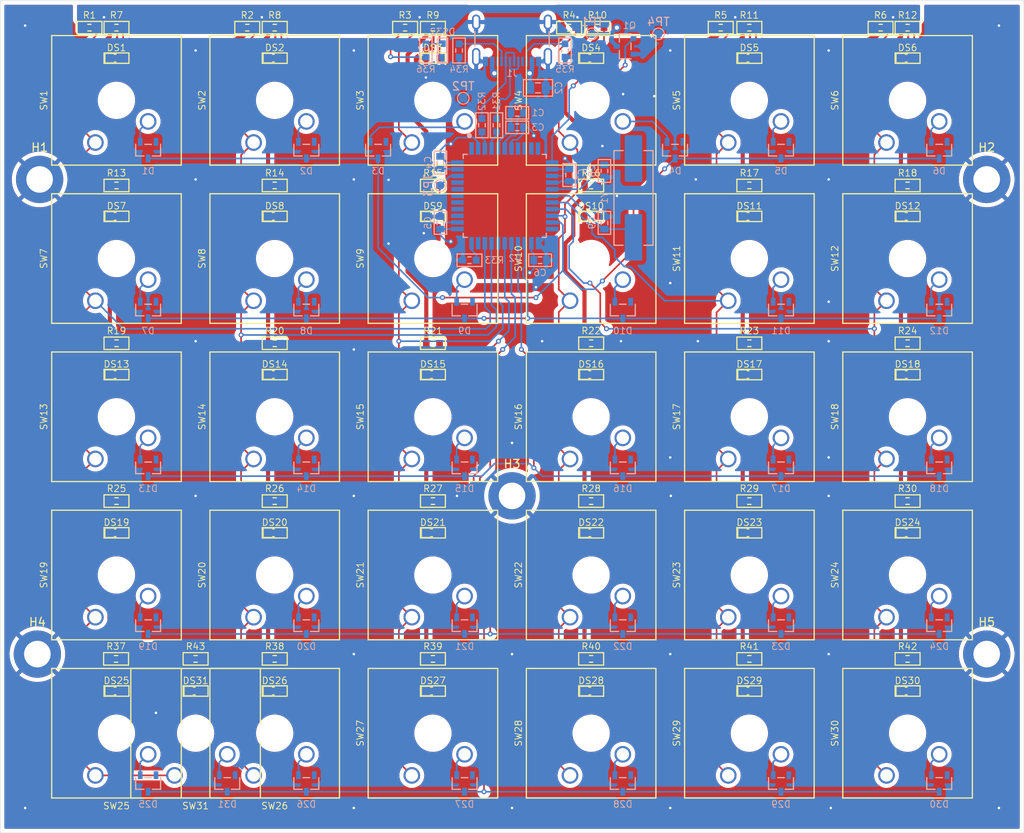
<source format=kicad_pcb>
(kicad_pcb (version 20240108) (generator "pcbnew") (generator_version "8.0")
  (layers (0 "F.Cu" signal) (31 "B.Cu" signal) (34 "B.Paste" user) (35 "F.Paste" user) (36 "B.SilkS" user "B.Silkscreen") (37 "F.SilkS" user "F.Silkscreen") (38 "B.Mask" user) (39 "F.Mask" user) (44 "Edge.Cuts" user))
  (net 0 "")
  (net 1 "Net-(U2-UCap)")
  (net 2 "GND")
  (net 3 "+5V")
  (net 4 "Net-(U2-XTAL2)")
  (net 5 "Net-(U2-XTAL1)")
  (net 6 "/D3")
  (net 7 "Net-(D1-Pad1)")
  (net 8 "Net-(D2-Pad1)")
  (net 9 "/D2")
  (net 10 "/D0")
  (net 11 "Net-(D3-Pad1)")
  (net 12 "Net-(D4-Pad1)")
  (net 13 "/D1")
  (net 14 "Net-(D5-Pad1)")
  (net 15 "Net-(D6-Pad1)")
  (net 16 "Net-(D13-Pad1)")
  (net 17 "Net-(D14-Pad1)")
  (net 18 "Net-(D15-Pad1)")
  (net 19 "Net-(D16-Pad1)")
  (net 20 "Net-(D17-Pad1)")
  (net 21 "Net-(D18-Pad1)")
  (net 22 "Net-(D19-Pad1)")
  (net 23 "Net-(D20-Pad1)")
  (net 24 "Net-(D21-Pad1)")
  (net 25 "Net-(D22-Pad1)")
  (net 26 "Net-(D23-Pad1)")
  (net 27 "Net-(D24-Pad1)")
  (net 28 "/IO12")
  (net 29 "Net-(D25-Pad1)")
  (net 30 "Net-(D26-Pad1)")
  (net 31 "Net-(D27-Pad1)")
  (net 32 "Net-(D28-Pad1)")
  (net 33 "Net-(D29-Pad1)")
  (net 34 "Net-(D30-Pad1)")
  (net 35 "Net-(D31-Pad1)")
  (net 36 "Net-(DS1-Pad2)")
  (net 37 "Net-(DS2-Pad2)")
  (net 38 "Net-(DS3-Pad2)")
  (net 39 "Net-(DS4-Pad2)")
  (net 40 "Net-(DS5-Pad2)")
  (net 41 "Net-(DS6-Pad2)")
  (net 42 "Net-(DS7-Pad2)")
  (net 43 "Net-(DS8-Pad2)")
  (net 44 "Net-(DS9-Pad2)")
  (net 45 "Net-(DS10-Pad2)")
  (net 46 "Net-(DS11-Pad2)")
  (net 47 "Net-(DS12-Pad2)")
  (net 48 "Net-(DS13-Pad2)")
  (net 49 "Net-(DS14-Pad2)")
  (net 50 "Net-(DS15-Pad2)")
  (net 51 "Net-(DS16-Pad2)")
  (net 52 "Net-(DS17-Pad2)")
  (net 53 "Net-(DS18-Pad2)")
  (net 54 "Net-(DS19-Pad2)")
  (net 55 "Net-(DS20-Pad2)")
  (net 56 "Net-(DS21-Pad2)")
  (net 57 "Net-(DS22-Pad2)")
  (net 58 "Net-(DS23-Pad2)")
  (net 59 "Net-(DS24-Pad2)")
  (net 60 "Net-(DS25-Pad2)")
  (net 61 "Net-(DS26-Pad2)")
  (net 62 "Net-(DS27-Pad2)")
  (net 63 "Net-(DS28-Pad2)")
  (net 64 "Net-(DS29-Pad2)")
  (net 65 "Net-(DS30-Pad2)")
  (net 66 "Net-(DS31-Pad2)")
  (net 67 "Net-(DS32-Pad2)")
  (net 69 "Net-(J1-DN1)")
  (net 71 "Net-(J1-DP1)")
  (net 72 "Net-(J1-CC2)")
  (net 73 "Net-(J1-CC1)")
  (net 74 "/IO11")
  (net 75 "/Backlight LEDs/5V")
  (net 76 "/D4")
  (net 77 "/D6")
  (net 78 "/IO8")
  (net 79 "/IO9")
  (net 80 "/IO10")
  (net 81 "/D5")
  (net 82 "Net-(U2-D+)")
  (net 83 "Net-(U2-D-)")
  (net 84 "Net-(U2-(!HWB)_PE2)")
  (net 85 "Net-(U2-AREF)")
  (net 99 "Net-(D7-Pad1)")
  (net 100 "Net-(D8-Pad1)")
  (net 101 "Net-(D9-Pad1)")
  (net 102 "Net-(D10-Pad1)")
  (net 103 "Net-(D11-Pad1)")
  (net 104 "Net-(D12-Pad1)")
  (footprint "Harrington-Diodes:1608" (layer "F.Cu") (at 39.525 101.12)
    (property "Reference" "DS31")
    (property "Value" "White" (hide yes))
  )
  (footprint "Harrington-Switches:MX-1-Pole" (layer "F.Cu") (at 39.525 106.2 180)
    (property "Reference" "SW31")
    (property "Value" "MX-Brown" (hide yes))
  )
  (footprint "Harrington-Diodes:1608" (layer "F.Cu") (at 125.25 101.12)
    (property "Reference" "DS30")
    (property "Value" "White" (hide yes))
  )
  (footprint "Harrington-Diodes:1608" (layer "F.Cu") (at 125.25 24.92)
    (property "Reference" "DS6")
    (property "Value" "White" (hide yes))
  )
  (footprint "Harrington-Resistors:1608-SEM" (layer "F.Cu") (at 30 21.25)
    (property "Reference" "R7")
    (property "Value" "470Ω±1%" (hide yes))
  )
  (footprint "Harrington-Diodes:1608" (layer "F.Cu") (at 68.1 101.12)
    (property "Reference" "DS27")
    (property "Value" "White" (hide yes))
  )
  (footprint "Harrington-Resistors:1608-SEM" (layer "F.Cu") (at 125.25 21.25)
    (property "Reference" "R12")
    (property "Value" "470Ω±1%" (hide yes))
  )
  (footprint "Harrington-Switches:MX-1-Pole" (layer "F.Cu") (at 125.25 30 180)
    (property "Reference" "SW6")
    (property "Value" "MX-Brown" (hide yes))
  )
  (footprint "Harrington-Switches:MX-1-Pole" (layer "F.Cu") (at 30 87.15 180)
    (property "Reference" "SW19")
    (property "Value" "MX-Brown" (hide yes))
  )
  (footprint "Harrington-Resistors:1608-SEM" (layer "F.Cu") (at 125.25 78.25)
    (property "Reference" "R30")
    (property "Value" "470Ω±1%" (hide yes))
  )
  (footprint "Harrington-Resistors:1608-SEM" (layer "F.Cu") (at 87.9 21.25)
    (property "Reference" "R10")
    (property "Value" "470Ω±1%" (hide yes))
  )
  (footprint "Harrington-Resistors:1608-SEM" (layer "F.Cu") (at 106.2 59.25)
    (property "Reference" "R23")
    (property "Value" "470Ω±1%" (hide yes))
  )
  (footprint "Harrington-Resistors:1608-SEM" (layer "F.Cu") (at 87.15 59.25)
    (property "Reference" "R22")
    (property "Value" "470Ω±1%" (hide yes))
  )
  (footprint "Harrington-Resistors:1608-SEM" (layer "F.Cu") (at 125.25 40.25)
    (property "Reference" "R18")
    (property "Value" "470Ω±1%" (hide yes))
  )
  (footprint "Harrington-Resistors:1608-SEM" (layer "F.Cu") (at 125.25 59.25)
    (property "Reference" "R24")
    (property "Value" "470Ω±1%" (hide yes))
  )
  (footprint "Harrington-Resistors:1608-SEM" (layer "F.Cu") (at 45.75 21.25)
    (property "Reference" "R2")
    (property "Value" "470Ω±1%" (hide yes))
  )
  (footprint "Harrington-Diodes:1608" (layer "F.Cu") (at 87.15 24.92)
    (property "Reference" "DS4")
    (property "Value" "White" (hide yes))
  )
  (footprint "Harrington-Diodes:1608" (layer "F.Cu") (at 49.05 24.92)
    (property "Reference" "DS2")
    (property "Value" "White" (hide yes))
  )
  (footprint "Harrington-Diodes:1608" (layer "F.Cu") (at 106.2 101.12)
    (property "Reference" "DS29")
    (property "Value" "White" (hide yes))
  )
  (footprint "Harrington-Resistors:1608-SEM" (layer "F.Cu") (at 49.05 78.25)
    (property "Reference" "R26")
    (property "Value" "470Ω±1%" (hide yes))
  )
  (footprint "Harrington-Switches:MX-1-Pole" (layer "F.Cu") (at 30 49.05 180)
    (property "Reference" "SW7")
    (property "Value" "MX-Brown" (hide yes))
  )
  (footprint "Harrington-Switches:MX-1-Pole" (layer "F.Cu") (at 106.2 30 180)
    (property "Reference" "SW5")
    (property "Value" "MX-Brown" (hide yes))
  )
  (footprint "Harrington-Switches:MX-1-Pole" (layer "F.Cu") (at 68.1 30 180)
    (property "Reference" "SW3")
    (property "Value" "MX-Brown" (hide yes))
  )
  (footprint "Harrington-Diodes:1608" (layer "F.Cu") (at 49.05 63.02)
    (property "Reference" "DS14")
    (property "Value" "White" (hide yes))
  )
  (footprint "Harrington-Diodes:1608" (layer "F.Cu") (at 87.15 101.12)
    (property "Reference" "DS28")
    (property "Value" "White" (hide yes))
  )
  (footprint "Harrington-Diodes:1608" (layer "F.Cu") (at 68.1 82.07)
    (property "Reference" "DS21")
    (property "Value" "White" (hide yes))
  )
  (footprint "Harrington-Switches:MX-1-Pole" (layer "F.Cu") (at 87.15 30 180)
    (property "Reference" "SW4")
    (property "Value" "MX-Brown" (hide yes))
  )
  (footprint "Harrington-Diodes:1608" (layer "F.Cu") (at 30 82.07)
    (property "Reference" "DS19")
    (property "Value" "White" (hide yes))
  )
  (footprint "Harrington-Resistors:1608-SEM" (layer "F.Cu") (at 30 40.25)
    (property "Reference" "R13")
    (property "Value" "470Ω±1%" (hide yes))
  )
  (footprint "MountingHole:MountingHole_3.2mm_M3_ISO7380_Pad_TopBottom" (layer "F.Cu") (at 20.475 96.675)
    (property "Reference" "H4")
    (property "Value" "MountingHole_Pad" (hide yes))
  )
  (footprint "Harrington-Switches:MX-1-Pole" (layer "F.Cu") (at 30 68.1 180)
    (property "Reference" "SW13")
    (property "Value" "MX-Brown" (hide yes))
  )
  (footprint "Harrington-Resistors:1608-SEM" (layer "F.Cu") (at 30 78.25)
    (property "Reference" "R25")
    (property "Value" "470Ω±1%" (hide yes))
  )
  (footprint "Harrington-Resistors:1608-SEM" (layer "F.Cu") (at 87.15 40.25)
    (property "Reference" "R16")
    (property "Value" "470Ω±1%" (hide yes))
  )
  (footprint "Harrington-Switches:MX-1-Pole" (layer "F.Cu") (at 125.25 106.2 180)
    (property "Reference" "SW30")
    (property "Value" "MX-Brown" (hide yes))
  )
  (footprint "Harrington-Resistors:1608-SEM" (layer "F.Cu") (at 122 21.25)
    (property "Reference" "R6")
    (property "Value" "470Ω±1%" (hide yes))
  )
  (footprint "Harrington-Diodes:1608" (layer "F.Cu") (at 87.15 82.07)
    (property "Reference" "DS22")
    (property "Value" "White" (hide yes))
  )
  (footprint "Harrington-Switches:MX-1-Pole" (layer "F.Cu") (at 106.2 49.05 180)
    (property "Reference" "SW11")
    (property "Value" "MX-Brown" (hide yes))
  )
  (footprint "Harrington-Switches:MX-1-Pole" (layer "F.Cu") (at 68.1 87.15 180)
    (property "Reference" "SW21")
    (property "Value" "MX-Brown" (hide yes))
  )
  (footprint "Harrington-Switches:MX-1-Pole" (layer "F.Cu") (at 68.1 106.2 180)
    (property "Reference" "SW27")
    (property "Value" "MX-Brown" (hide yes))
  )
  (footprint "Harrington-Diodes:1608" (layer "F.Cu") (at 106.2 24.92)
    (property "Reference" "DS5")
    (property "Value" "White" (hide yes))
  )
  (footprint "Harrington-Diodes:1608" (layer "F.Cu") (at 125.25 63.02)
    (property "Reference" "DS18")
    (property "Value" "White" (hide yes))
  )
  (footprint "Harrington-Diodes:1608" (layer "F.Cu") (at 87.15 43.97)
    (property "Reference" "DS10")
    (property "Value" "White" (hide yes))
  )
  (footprint "Harrington-Diodes:1608" (layer "F.Cu") (at 49.05 101.12)
    (property "Reference" "DS26")
    (property "Value" "White" (hide yes))
  )
  (footprint "Harrington-Switches:MX-1-Pole" (layer "F.Cu") (at 49.05 106.2 180)
    (property "Reference" "SW26")
    (property "Value" "MX-Brown" (hide yes))
  )
  (footprint "Harrington-Switches:MX-1-Pole" (layer "F.Cu") (at 87.15 49.05 180)
    (property "Reference" "SW10")
    (property "Value" "MX-Brown" (hide yes))
  )
  (footprint "Harrington-Resistors:1608-SEM" (layer "F.Cu") (at 68.1 21.25)
    (property "Reference" "R9")
    (property "Value" "470Ω±1%" (hide yes))
  )
  (footprint "Harrington-Diodes:1608" (layer "F.Cu") (at 68.1 63.02)
    (property "Reference" "DS15")
    (property "Value" "White" (hide yes))
  )
  (footprint "Harrington-Switches:MX-1-Pole" (layer "F.Cu") (at 125.25 68.1 180)
    (property "Reference" "SW18")
    (property "Value" "MX-Brown" (hide yes))
  )
  (footprint "Harrington-Switches:MX-1-Pole" (layer "F.Cu") (at 49.05 68.1 180)
    (property "Reference" "SW14")
    (property "Value" "MX-Brown" (hide yes))
  )
  (footprint "Harrington-Resistors:1608-SEM" (layer "F.Cu") (at 87.15 78.25)
    (property "Reference" "R28")
    (property "Value" "470Ω±1%" (hide yes))
  )
  (footprint "Harrington-Diodes:1608" (layer "F.Cu") (at 30 101.12)
    (property "Reference" "DS25")
    (property "Value" "White" (hide yes))
  )
  (footprint "Harrington-Switches:MX-1-Pole" (layer "F.Cu") (at 30 106.2 180)
    (property "Reference" "SW25")
    (property "Value" "MX-Brown" (hide yes))
  )
  (footprint "Harrington-Switches:MX-1-Pole" (layer "F.Cu") (at 49.05 49.05 180)
    (property "Reference" "SW8")
    (property "Value" "MX-Brown" (hide yes))
  )
  (footprint "Harrington-Resistors:1608-SEM" (layer "F.Cu") (at 26.75 21.25)
    (property "Reference" "R1")
    (property "Value" "470Ω±1%" (hide yes))
  )
  (footprint "Harrington-Switches:MX-1-Pole" (layer "F.Cu") (at 87.15 87.15 180)
    (property "Reference" "SW22")
    (property "Value" "MX-Brown" (hide yes))
  )
  (footprint "Harrington-Switches:MX-1-Pole" (layer "F.Cu") (at 125.25 49.05 180)
    (property "Reference" "SW12")
    (property "Value" "MX-Brown" (hide yes))
  )
  (footprint "Harrington-Resistors:1608-SEM" (layer "F.Cu") (at 39.525 97.25)
    (property "Reference" "R43")
    (property "Value" "470Ω±1%" (hide yes))
  )
  (footprint "Harrington-Resistors:1608-SEM" (layer "F.Cu") (at 64.75 21.25)
    (property "Reference" "R3")
    (property "Value" "470Ω±1%" (hide yes))
  )
  (footprint "Harrington-Diodes:1608" (layer "F.Cu") (at 106.2 63.02)
    (property "Reference" "DS17")
    (property "Value" "White" (hide yes))
  )
  (footprint "Harrington-Resistors:1608-SEM" (layer "F.Cu") (at 30 59.25)
    (property "Reference" "R19")
    (property "Value" "470Ω±1%" (hide yes))
  )
  (footprint "Harrington-Resistors:1608-SEM" (layer "F.Cu") (at 68.1 78.25)
    (property "Reference" "R27")
    (property "Value" "470Ω±1%" (hide yes))
  )
  (footprint "Harrington-Resistors:1608-SEM" (layer "F.Cu") (at 87.15 97.25)
    (property "Reference" "R40")
    (property "Value" "470Ω±1%" (hide yes))
  )
  (footprint "Harrington-Switches:MX-1-Pole" (layer "F.Cu") (at 30 30 180)
    (property "Reference" "SW1")
    (property "Value" "MX-Brown" (hide yes))
  )
  (footprint "Harrington-Diodes:1608" (layer "F.Cu") (at 87.15 63.02)
    (property "Reference" "DS16")
    (property "Value" "White" (hide yes))
  )
  (footprint "Harrington-Switches:MX-1-Pole" (layer "F.Cu") (at 106.2 68.1 180)
    (property "Reference" "SW17")
    (property "Value" "MX-Brown" (hide yes))
  )
  (footprint "Harrington-Switches:MX-1-Pole" (layer "F.Cu") (at 106.2 106.2 180)
    (property "Reference" "SW29")
    (property "Value" "MX-Brown" (hide yes))
  )
  (footprint "MountingHole:MountingHole_3.2mm_M3_ISO7380_Pad_TopBottom" (layer "F.Cu") (at 20.745 39.525)
    (property "Reference" "H1")
    (property "Value" "MountingHole_Pad" (hide yes))
  )
  (footprint "Harrington-Resistors:1608-SEM" (layer "F.Cu") (at 106.2 21.25)
    (property "Reference" "R11")
    (property "Value" "470Ω±1%" (hide yes))
  )
  (footprint "Harrington-Diodes:1608" (layer "F.Cu") (at 68.1 24.92)
    (property "Reference" "DS3")
    (property "Value" "White" (hide yes))
  )
  (footprint "Harrington-Diodes:1608" (layer "F.Cu") (at 125.25 43.97)
    (property "Reference" "DS12")
    (property "Value" "White" (hide yes))
  )
  (footprint "Harrington-Switches:MX-1-Pole" (layer "F.Cu") (at 49.05 30 180)
    (property "Reference" "SW2")
    (property "Value" "MX-Brown" (hide yes))
  )
  (footprint "Harrington-Switches:MX-1-Pole" (layer "F.Cu") (at 68.1 49.05 180)
    (property "Reference" "SW9")
    (property "Value" "MX-Brown" (hide yes))
  )
  (footprint "MountingHole:MountingHole_3.2mm_M3_ISO7380_Pad_TopBottom" (layer "F.Cu") (at 77.625 77.625)
    (property "Reference" "H3")
    (property "Value" "MountingHole_Pad" (hide yes))
  )
  (footprint "Harrington-Resistors:1608-SEM" (layer "F.Cu") (at 102.75 21.25)
    (property "Reference" "R5")
    (property "Value" "470Ω±1%" (hide yes))
  )
  (footprint "Harrington-Switches:MX-1-Pole" (layer "F.Cu") (at 87.15 106.2 180)
    (property "Reference" "SW28")
    (property "Value" "MX-Brown" (hide yes))
  )
  (footprint "Harrington-Resistors:1608-SEM" (layer "F.Cu") (at 29.95 97.25)
    (property "Reference" "R37")
    (property "Value" "470Ω±1%" (hide yes))
  )
  (footprint "Harrington-Resistors:1608-SEM" (layer "F.Cu") (at 49.05 21.25)
    (property "Reference" "R8")
    (property "Value" "470Ω±1%" (hide yes))
  )
  (footprint "Harrington-Resistors:1608-SEM" (layer "F.Cu") (at 68.1 40.25)
    (property "Reference" "R15")
    (property "Value" "470Ω±1%" (hide yes))
  )
  (footprint "Harrington-Diodes:1608" (layer "F.Cu") (at 68.1 43.97)
    (property "Reference" "DS9")
    (property "Value" "White" (hide yes))
  )
  (footprint "Harrington-Diodes:1608" (layer "F.Cu") (at 49.05 82.07)
    (property "Reference" "DS20")
    (property "Value" "White" (hide yes))
  )
  (footprint "Harrington-Resistors:1608-SEM" (layer "F.Cu") (at 68.1 59.25)
    (property "Reference" "R21")
    (property "Value" "470Ω±1%" (hide yes))
  )
  (footprint "Harrington-Resistors:1608-SEM" (layer "F.Cu") (at 84.5 21.25)
    (property "Reference" "R4")
    (property "Value" "470Ω±1%" (hide yes))
  )
  (footprint "Harrington-Switches:MX-1-Pole" (layer "F.Cu") (at 87.15 68.1 180)
    (property "Reference" "SW16")
    (property "Value" "MX-Brown" (hide yes))
  )
  (footprint "Harrington-Resistors:1608-SEM" (layer "F.Cu") (at 106.2 40.25)
    (property "Reference" "R17")
    (property "Value" "470Ω±1%" (hide yes))
  )
  (footprint "Harrington-Diodes:1608" (layer "F.Cu") (at 49.05 43.97)
    (property "Reference" "DS8")
    (property "Value" "White" (hide yes))
  )
  (footprint "Harrington-Switches:MX-1-Pole" (layer "F.Cu") (at 68.1 68.1 180)
    (property "Reference" "SW15")
    (property "Value" "MX-Brown" (hide yes))
  )
  (footprint "Harrington-Diodes:1608" (layer "F.Cu") (at 30 24.92)
    (property "Reference" "DS1")
    (property "Value" "White" (hide yes))
  )
  (footprint "Harrington-Resistors:1608-SEM" (layer "F.Cu") (at 68.1 97.25)
    (property "Reference" "R39")
    (property "Value" "470Ω±1%" (hide yes))
  )
  (footprint "Harrington-Resistors:1608-SEM" (layer "F.Cu") (at 106.2 78.25)
    (property "Reference" "R29")
    (property "Value" "470Ω±1%" (hide yes))
  )
  (footprint "Harrington-Diodes:1608" (layer "F.Cu") (at 125.25 82.07)
    (property "Reference" "DS24")
    (property "Value" "White" (hide yes))
  )
  (footprint "Harrington-Resistors:1608-SEM" (layer "F.Cu") (at 125.25 97.25)
    (property "Reference" "R42")
    (property "Value" "470Ω±1%" (hide yes))
  )
  (footprint "Harrington-Switches:MX-1-Pole" (layer "F.Cu") (at 125.25 87.15 180)
    (property "Reference" "SW24")
    (property "Value" "MX-Brown" (hide yes))
  )
  (footprint "Harrington-Resistors:1608-SEM" (layer "F.Cu") (at 49.05 97.25)
    (property "Reference" "R38")
    (property "Value" "470Ω±1%" (hide yes))
  )
  (footprint "Harrington-Switches:MX-1-Pole" (layer "F.Cu") (at 49.05 87.15 180)
    (property "Reference" "SW20")
    (property "Value" "MX-Brown" (hide yes))
  )
  (footprint "Harrington-Resistors:1608-SEM" (layer "F.Cu") (at 49.05 59.25)
    (property "Reference" "R20")
    (property "Value" "470Ω±1%" (hide yes))
  )
  (footprint "MountingHole:MountingHole_3.2mm_M3_ISO7380_Pad_TopBottom" (layer "F.Cu") (at 134.775 39.525)
    (property "Reference" "H2")
    (property "Value" "MountingHole_Pad" (hide yes))
  )
  (footprint "MountingHole:MountingHole_3.2mm_M3_ISO7380_Pad_TopBottom" (layer "F.Cu") (at 134.775 96.675)
    (property "Reference" "H5")
    (property "Value" "MountingHole_Pad" (hide yes))
  )
  (footprint "Harrington-Diodes:1608" (layer "F.Cu") (at 30 43.97)
    (property "Reference" "DS7")
    (property "Value" "White" (hide yes))
  )
  (footprint "Harrington-Diodes:1608" (layer "F.Cu") (at 106.2 82.07)
    (property "Reference" "DS23")
    (property "Value" "White" (hide yes))
  )
  (footprint "Harrington-Aesthetics:SIGNATURE" (layer "F.Cu") (at 77.625 66)
    (property "Reference" "U1" (hide yes))
    (property "Value" "SIGNATURE" (hide yes))
  )
  (footprint "Harrington-Diodes:1608" (layer "F.Cu") (at 30 63.02)
    (property "Reference" "DS13")
    (property "Value" "White" (hide yes))
  )
  (footprint "Harrington-Resistors:1608-SEM" (layer "F.Cu") (at 49.05 40.25)
    (property "Reference" "R14")
    (property "Value" "470Ω±1%" (hide yes))
  )
  (footprint "Harrington-Switches:MX-1-Pole" (layer "F.Cu") (at 106.2 87.15 180)
    (property "Reference" "SW23")
    (property "Value" "MX-Brown" (hide yes))
  )
  (footprint "Harrington-Resistors:1608-SEM" (layer "F.Cu") (at 106.2 97.25)
    (property "Reference" "R41")
    (property "Value" "470Ω±1%" (hide yes))
  )
  (footprint "Harrington-Diodes:1608" (layer "F.Cu") (at 106.2 43.97)
    (property "Reference" "DS11")
    (property "Value" "White" (hide yes))
  )
  (footprint "Harrington-Diodes:SOT-23-3" (layer "B.Cu") (at 110.01 74.25 180)
    (property "Reference" "D17")
    (property "Value" "BAT54L" (hide yes))
  )
  (footprint "Harrington-Diodes:SOT-23-3" (layer "B.Cu") (at 110.01 93.25 180)
    (property "Reference" "D23")
    (property "Value" "BAT54L" (hide yes))
  )
  (footprint "Harrington-Diodes:SOT-23-3" (layer "B.Cu") (at 90.96 112.25 180)
    (property "Reference" "D28")
    (property "Value" "BAT54L" (hide yes))
  )
  (footprint "Harrington-Diodes:SOT-23-3" (layer "B.Cu") (at 33.81 36 180)
    (property "Reference" "D1")
    (property "Value" "BAT54L" (hide yes))
  )
  (footprint "Harrington-Resistors:1608-SEM" (layer "B.Cu") (at 75.75 33 -90)
    (property "Reference" "R31")
    (property "Value" "22Ω±1%" (hide yes))
  )
  (footprint "Harrington-Diodes:SOT-23-3" (layer "B.Cu") (at 43.335 112.25 180)
    (property "Reference" "D31")
    (property "Value" "BAT54L" (hide yes))
  )
  (footprint "TestPoint:TestPoint_Pad_D1.0mm" (layer "B.Cu") (at 69 40.25 -90)
    (property "Reference" "TP3")
    (property "Value" "TestPoint" (hide yes))
  )
  (footprint "Harrington-Diodes:SOT-23-3" (layer "B.Cu") (at 110.01 36 180)
    (property "Reference" "D5")
    (property "Value" "BAT54L" (hide yes))
  )
  (footprint "Harrington-Capacitors:1608-SEM" (layer "B.Cu") (at 88.75 38.5 90)
    (property "Reference" "C8")
    (property "Value" "22pF±5%" (hide yes))
  )
  (footprint "Harrington-Diodes:SOT-23-3" (layer "B.Cu") (at 52.86 112.25 180)
    (property "Reference" "D26")
    (property "Value" "BAT54L" (hide yes))
  )
  (footprint "Harrington-Resistors:1608-SEM" (layer "B.Cu") (at 67.25 24 90)
    (property "Reference" "R36")
    (property "Value" "470Ω±1%" (hide yes))
  )
  (footprint "Harrington-Diodes:SOT-23-3" (layer "B.Cu") (at 33.81 74.25 180)
    (property "Reference" "D13")
    (property "Value" "BAT54L" (hide yes))
  )
  (footprint "Harrington-Resistors:1608-SEM" (layer "B.Cu") (at 84 24 -90)
    (property "Reference" "R35")
    (property "Value" "5.1kΩ±1%" (hide yes))
  )
  (footprint "Harrington-Diodes:SOT-23-3" (layer "B.Cu") (at 33.81 112.25 180)
    (property "Reference" "D25")
    (property "Value" "BAT54L" (hide yes))
  )
  (footprint "Harrington-ICs:TQFP44" (layer "B.Cu") (at 76.75 41.5)
    (property "Reference" "U2")
    (property "Value" "ATmega32u4" (hide yes))
  )
  (footprint "Harrington-Diodes:SOT-23-3" (layer "B.Cu") (at 129.06 112.25 180)
    (property "Reference" "D30")
    (property "Value" "BAT54L" (hide yes))
  )
  (footprint "Harrington-Capacitors:1608-SEM" (layer "B.Cu") (at 78.25 33.25 180)
    (property "Reference" "C3")
    (property "Value" "0.1uF±5%" (hide yes))
  )
  (footprint "Harrington-Diodes:SOT-23-3" (layer "B.Cu") (at 129.06 74.25 180)
    (property "Reference" "D18")
    (property "Value" "BAT54L" (hide yes))
  )
  (footprint "Harrington-Transistors:SOT-23-3" (layer "B.Cu") (at 91.25 23.5 90)
    (property "Reference" "Q1")
    (property "Value" "BSS316N" (hide yes))
  )
  (footprint "Harrington-Diodes:SOT-23-3" (layer "B.Cu") (at 71.91 55.25 180)
    (property "Reference" "D9")
    (property "Value" "BAT54L" (hide yes))
  )
  (footprint "Harrington-Diodes:1608" (layer "B.Cu") (at 69.25 24 90)
    (property "Reference" "DS32")
    (property "Value" "RED" (hide yes))
  )
  (footprint "Harrington-Diodes:SOT-23-3" (layer "B.Cu") (at 90.96 93.25 180)
    (property "Reference" "D22")
    (property "Value" "BAT54L" (hide yes))
  )
  (footprint "Harrington-Diodes:SOT-23-3" (layer "B.Cu") (at 61.5 36 180)
    (property "Reference" "D3")
    (property "Value" "BAT54L" (hide yes))
  )
  (footprint "Harrington-Oscillators:ABLS-ABRACON" (layer "B.Cu") (at 92.25 41.75 -90)
    (property "Reference" "Y1")
    (property "Value" "8MHz±25ppm" (hide yes))
  )
  (footprint "Harrington-Resistors:1608-SEM" (layer "B.Cu") (at 71.25 24 -90)
    (property "Reference" "R34")
    (property "Value" "5.1kΩ±1%" (hide yes))
  )
  (footprint "Harrington-Connectors:USB-4105" (layer "B.Cu") (at 77.625 24.75)
    (property "Reference" "J1")
    (property "Value" "USB-C" (hide yes))
  )
  (footprint "Harrington-Diodes:SOT-23-3" (layer "B.Cu") (at 110.01 112.25 180)
    (property "Reference" "D29")
    (property "Value" "BAT54L" (hide yes))
  )
  (footprint "Harrington-Capacitors:1608-SEM" (layer "B.Cu") (at 84.5 39 -90)
    (property "Reference" "C7")
    (property "Value" "0.1uF±5%" (hide yes))
  )
  (footprint "Harrington-Capacitors:1608-SEM" (layer "B.Cu") (at 88.75 44.75 -90)
    (property "Reference" "C9")
    (property "Value" "22pF±5%" (hide yes))
  )
  (footprint "Harrington-Diodes:SOT-23-3" (layer "B.Cu") (at 52.86 74.25 180)
    (property "Reference" "D14")
    (property "Value" "BAT54L" (hide yes))
  )
  (footprint "Harrington-Capacitors:1608-SEM" (layer "B.Cu") (at 81 49.25)
    (property "Reference" "C6")
    (property "Value" "0.1uF±5%" (hide yes))
  )
  (footprint "Harrington-Diodes:SOT-23-3" (layer "B.Cu") (at 71.91 93.25 180)
    (property "Reference" "D21")
    (property "Value" "BAT54L" (hide yes))
  )
  (footprint "Harrington-Resistors:1608-SEM" (layer "B.Cu") (at 72.5 49.25 180)
    (property "Reference" "R33")
    (property "Value" "10kΩ±1%" (hide yes))
  )
  (footprint "Harrington-Diodes:SOT-23-3" (layer "B.Cu") (at 33.81 93.25 180)
    (property "Reference" "D19")
    (property "Value" "BAT54L" (hide yes))
  )
  (footprint "Harrington-Diodes:SOT-23-3" (layer "B.Cu") (at 110.01 55.25 180)
    (property "Reference" "D11")
    (property "Value" "BAT54L" (hide yes))
  )
  (footprint "Harrington-Diodes:SOT-23-3" (layer "B.Cu") (at 97.25 36 180)
    (property "Reference" "D4")
    (property "Value" "BAT54L" (hide yes))
  )
  (footprint "Harrington-Diodes:SOT-23-3" (layer "B.Cu") (at 71.91 74.25 180)
    (property "Reference" "D15")
    (property "Value" "BAT54L" (hide yes))
  )
  (footprint "TestPoint:TestPoint_Pad_D1.0mm" (layer "B.Cu") (at 71.75 29.75 180)
    (property "Reference" "TP2")
    (property "Value" "TestPoint" (hide yes))
  )
  (footprint "Harrington-Diodes:SOT-23-3" (layer "B.Cu") (at 90.96 74.25 180)
    (property "Reference" "D16")
    (property "Value" "BAT54L" (hide yes))
  )
  (footprint "TestPoint:TestPoint_Pad_D1.0mm" (layer "B.Cu") (at 87.25 22 180)
    (property "Reference" "TP1")
    (property "Value" "TestPoint" (hide yes))
  )
  (footprint "Harrington-Diodes:SOT-23-3" (layer "B.Cu") (at 90.96 55.25 180)
    (property "Reference" "D10")
    (property "Value" "BAT54L" (hide yes))
  )
  (footprint "Harrington-Diodes:SOT-23-3" (layer "B.Cu") (at 52.86 36 180)
    (property "Reference" "D2")
    (property "Value" "BAT54L" (hide yes))
  )
  (footprint "Harrington-Capacitors:2012-SEM" (layer "B.Cu") (at 80.75 28.5)
    (property "Reference" "C2")
    (property "Value" "10uF±10%" (hide yes))
  )
  (footprint "Harrington-Diodes:SOT-23-3" (layer "B.Cu") (at 52.86 55.25 180)
    (property "Reference" "D8")
    (property "Value" "BAT54L" (hide yes))
  )
  (footprint "Harrington-Capacitors:1608-SEM" (layer "B.Cu") (at 78.25 31.5 180)
    (property "Reference" "C1")
    (property "Value" "1uF±10%" (hide yes))
  )
  (footprint "Harrington-Diodes:SOT-23-3" (layer "B.Cu") (at 129.06 55.25 180)
    (property "Reference" "D12")
    (property "Value" "BAT54L" (hide yes))
  )
  (footprint "Harrington-Diodes:SOT-23-3" (layer "B.Cu") (at 129.06 36 180)
    (property "Reference" "D6")
    (property "Value" "BAT54L" (hide yes))
  )
  (footprint "Harrington-Diodes:SOT-23-3" (layer "B.Cu") (at 129.06 93.25 180)
    (property "Reference" "D24")
    (property "Value" "BAT54L" (hide yes))
  )
  (footprint "Harrington-Capacitors:1608-SEM" (layer "B.Cu") (at 69 37.5 -90)
    (property "Reference" "C4")
    (property "Value" "0.1uF±5%" (hide yes))
  )
  (footprint "Harrington-Resistors:1608-SEM" (layer "B.Cu") (at 74 33 -90)
    (property "Reference" "R32")
    (property "Value" "22Ω±1%" (hide yes))
  )
  (footprint "TestPoint:TestPoint_Pad_D1.0mm" (layer "B.Cu") (at 95.25 22 180)
    (property "Reference" "TP4")
    (property "Value" "TestPoint" (hide yes))
  )
  (footprint "Harrington-Diodes:SOT-23-3" (layer "B.Cu") (at 52.86 93.25 180)
    (property "Reference" "D20")
    (property "Value" "BAT54L" (hide yes))
  )
  (footprint "Harrington-Diodes:SOT-23-3" (layer "B.Cu") (at 33.81 55.25 180)
    (property "Reference" "D7")
    (property "Value" "BAT54L" (hide yes))
  )
  (footprint "Harrington-Diodes:SOT-23-3" (layer "B.Cu") (at 71.91 112.25 180)
    (property "Reference" "D27")
    (property "Value" "BAT54L" (hide yes))
  )
  (footprint "Harrington-Capacitors:1608-SEM" (layer "B.Cu") (at 69 44.75 90)
    (property "Reference" "C5")
    (property "Value" "0.1uF±5%" (hide yes))
  )
  (gr_rect (start 16 18) (end 139.25 118.2) (stroke (width 0.05)) (fill none) (layer "Edge.Cuts"))
  (segment (start 78.25 32.25) (end 79 31.5) (width 0.2) (layer "B.Cu") (net 1))
  (segment (start 76.75 35.8) (end 76.75 35) (width 0.2) (layer "B.Cu") (net 1))
  (segment (start 78.25 34) (end 78.25 32.25) (width 0.2) (layer "B.Cu") (net 1))
  (segment (start 78 34.25) (end 78.25 34) (width 0.2) (layer "B.Cu") (net 1))
  (segment (start 77.5 34.25) (end 78 34.25) (width 0.2) (layer "B.Cu") (net 1))
  (segment (start 76.75 35) (end 77.5 34.25) (width 0.2) (layer "B.Cu") (net 1))
  (via (at 58.575 60) (size 0.6) (drill 0.3) (layers "F.Cu" "B.Cu") (net 2))
  (via (at 88.5 35.5) (size 0.6) (drill 0.3) (layers "F.Cu" "B.Cu") (net 2))
  (via (at 115.75 39.525) (size 0.6) (drill 0.3) (layers "F.Cu" "B.Cu") (net 2))
  (via (at 77.625 115.2) (size 0.6) (drill 0.3) (layers "F.Cu" "B.Cu") (net 2))
  (via (at 90.75 59) (size 0.6) (drill 0.3) (layers "F.Cu" "B.Cu") (net 2))
  (via (at 58.575 96.675) (size 0.6) (drill 0.3) (layers "F.Cu" "B.Cu") (net 2))
  (via (at 71 77.625) (size 0.6) (drill 0.3) (layers "F.Cu" "B.Cu") (net 2))
  (via (at 67 46) (size 0.6) (drill 0.3) (layers "F.Cu" "B.Cu") (net 2))
  (via (at 115.75 73) (size 0.6) (drill 0.3) (layers "F.Cu" "B.Cu") (net 2))
  (via (at 19 115.2) (size 0.6) (drill 0.3) (layers "F.Cu" "B.Cu") (net 2))
  (via (at 136.25 21) (size 0.6) (drill 0.3) (layers "F.Cu" "B.Cu") (net 2))
  (via (at 96.675 96.675) (size 0.6) (drill 0.3) (layers "F.Cu" "B.Cu") (net 2))
  (via (at 77.625 96.675) (size 0.6) (drill 0.3) (layers "F.Cu" "B.Cu") (net 2))
  (via (at 58.575 39.525) (size 0.6) (drill 0.3) (layers "F.Cu" "B.Cu") (net 2))
  (via (at 115.75 24) (size 0.6) (drill 0.3) (layers "F.Cu" "B.Cu") (net 2))
  (via (at 77.625 71.25) (size 0.6) (drill 0.3) (layers "F.Cu" "B.Cu") (net 2))
  (via (at 91 29.25) (size 0.6) (drill 0.3) (layers "F.Cu" "B.Cu") (net 2))
  (via (at 136.25 115.2) (size 0.6) (drill 0.3) (layers "F.Cu" "B.Cu") (net 2))
  (via (at 62.75 47.25) (size 0.6) (drill 0.3) (layers "F.Cu" "B.Cu") (net 2))
  (via (at 96.675 24) (size 0.6) (drill 0.3) (layers "F.Cu" "B.Cu") (net 2))
  (via (at 58.575 115.2) (size 0.6) (drill 0.3) (layers "F.Cu" "B.Cu") (net 2))
  (via (at 34.75 103.75) (size 0.6) (drill 0.3) (layers "F.Cu" "B.Cu") (net 2))
  (via (at 67.25 27.25) (size 0.6) (drill 0.3) (layers "F.Cu" "B.Cu") (net 2))
  (via (at 115.75 77.625) (size 0.6) (drill 0.3) (layers "F.Cu" "B.Cu") (net 2))
  (via (at 96.75 77.625) (size 0.6) (drill 0.3) (layers "F.Cu" "B.Cu") (net 2))
  (via (at 116 115.2) (size 0.6) (drill 0.3) (layers "F.Cu" "B.Cu") (net 2))
  (via (at 96.675 73) (size 0.6) (drill 0.3) (layers "F.Cu" "B.Cu") (net 2))
  (via (at 81.25 59) (size 0.6) (drill 0.3) (layers "F.Cu" "B.Cu") (net 2))
  (via (at 62.75 39.575) (size 0.6) (drill 0.3) (layers "F.Cu" "B.Cu") (net 2))
  (via (at 94.75 29.5) (size 0.6) (drill 0.3) (layers "F.Cu" "B.Cu") (net 2))
  (via (at 39.525 39.525) (size 0.6) (drill 0.3) (layers "F.Cu" "B.Cu") (net 2))
  (via (at 100 59) (size 0.6) (drill 0.3) (layers "F.Cu" "B.Cu") (net 2))
  (via (at 39.525 24) (size 0.6) (drill 0.3) (layers "F.Cu" "B.Cu") (net 2))
  (via (at 96.675 115.2) (size 0.6) (drill 0.3) (layers "F.Cu" "B.Cu") (net 2))
  (via (at 90.25 41.5) (size 0.6) (drill 0.3) (layers "F.Cu" "B.Cu") (net 2))
  (via (at 115.75 54.25) (size 0.6) (drill 0.3) (layers "F.Cu" "B.Cu") (net 2))
  (via (at 19 21) (size 0.6) (drill 0.3) (layers "F.Cu" "B.Cu") (net 2))
  (via (at 39.525 77.625) (size 0.6) (drill 0.3) (layers "F.Cu" "B.Cu") (net 2))
  (via (at 58.575 24) (size 0.6) (drill 0.3) (layers "F.Cu" "B.Cu") (net 2))
  (via (at 80.5 52.5) (size 0.6) (drill 0.3) (layers "F.Cu" "B.Cu") (net 2))
  (via (at 115.75 59) (size 0.6) (drill 0.3) (layers "F.Cu" "B.Cu") (net 2))
  (via (at 58.575 77.625) (size 0.6) (drill 0.3) (layers "F.Cu" "B.Cu") (net 2))
  (via (at 39.525 59) (size 0.6) (drill 0.3) (layers "F.Cu" "B.Cu") (net 2))
  (via (at 115.75 96.675) (size 0.6) (drill 0.3) (layers "F.Cu" "B.Cu") (net 2))
  (via (at 99.75 39.525) (size 0.6) (drill 0.3) (layers "F.Cu" "B.Cu") (net 2))
  (via (at 96.675 52) (size 0.6) (drill 0.3) (layers "F.Cu" "B.Cu") (net 2))
  (segment (start 73.88 25.325) (end 74.425 25.325) (width 0.5) (layer "B.Cu") (net 2))
  (segment (start 71.05 38.3) (end 70.05 38.3) (width 0.2) (layer "B.Cu") (net 2))
  (segment (start 83.5 39.75) (end 84.5 39.75) (width 0.2) (layer "B.Cu") (net 2))
  (segment (start 75.95 35.8) (end 75.95 35.05) (width 0.2) (layer "B.Cu") (net 2))
  (segment (start 81.37 25.325) (end 81.945 24.75) (width 0.5) (layer "B.Cu") (net 2))
  (segment (start 80.825 25.325) (end 81.37 25.325) (width 0.5) (layer "B.Cu") (net 2))
  (segment (start 77.5 33.5) (end 77.5 33.25) (width 0.2) (layer "B.Cu") (net 2))
  (segment (start 82.45 39.9) (end 83.35 39.9) (width 0.2) (layer "B.Cu") (net 2))
  (segment (start 73.305 24.75) (end 73.88 25.325) (width 0.5) (layer "B.Cu") (net 2))
  (segment (start 69.7 44.7) (end 69 44) (width 0.2) (layer "B.Cu") (net 2))
  (segment (start 75.95 35.05) (end 77.5 33.5) (width 0.2) (layer "B.Cu") (net 2))
  (segment (start 70.05 38.3) (end 70 38.25) (width 0.2) (layer "B.Cu") (net 2))
  (segment (start 71.05 44.7) (end 69.7 44.7) (width 0.2) (layer "B.Cu") (net 2))
  (segment (start 83.35 39.9) (end 83.5 39.75) (width 0.2) (layer "B.Cu") (net 2))
  (segment (start 70 38.25) (end 69 38.25) (width 0.2) (layer "B.Cu") (net 2))
  (segment (start 63 23.25) (end 63 24.75) (width 0.2) (layer "F.Cu") (net 3))
  (segment (start 63.95 22.3) (end 63 23.25) (width 0.2) (layer "F.Cu") (net 3))
  (segment (start 63.95 21.25) (end 63.95 22.3) (width 0.2) (layer "F.Cu") (net 3))
  (via (at 79.75 50.75) (size 0.6) (drill 0.3) (layers "F.Cu" "B.Cu") (net 3))
  (via (at 70.25 35.25) (size 0.6) (drill 0.3) (layers "F.Cu" "B.Cu") (net 3))
  (via (at 63 24.75) (size 0.6) (drill 0.3) (layers "F.Cu" "B.Cu") (net 3))
  (via (at 70.25 47) (size 0.6) (drill 0.3) (layers "F.Cu" "B.Cu") (net 3))
  (via (at 79.75 26.75) (size 1) (drill 0.5) (layers "F.Cu" "B.Cu") (net 3))
  (via (at 75.5 26.75) (size 1) (drill 0.5) (layers "F.Cu" "B.Cu") (net 3))
  (via (at 80.25 34.25) (size 0.6) (drill 0.3) (layers "F.Cu" "B.Cu") (net 3))
  (via (at 90.25 21.25) (size 1) (drill 0.5) (layers "F.Cu" "B.Cu") (net 3))
  (via (at 84 37) (size 0.6) (drill 0.3) (layers "F.Cu" "B.Cu") (net 3))
  (segment (start 69.75 37.5) (end 71.05 37.5) (width 0.2) (layer "B.Cu") (net 3))
  (segment (start 84.5 37.5) (end 84.5 38.25) (width 0.2) (layer "B.Cu") (net 3))
  (segment (start 79.95 47.2) (end 79.95 48.2) (width 0.2) (layer "B.Cu") (net 3))
  (segment (start 82.45 39.1) (end 83.65 39.1) (width 0.2) (layer "B.Cu") (net 3))
  (segment (start 79.825 26.825) (end 79.825 28.5) (width 0.5) (layer "B.Cu") (net 3))
  (segment (start 89.5 22) (end 87.25 22) (width 0.5) (layer "B.Cu") (net 3))
  (segment (start 70.25 35.25) (end 71 34.5) (width 0.2) (layer "B.Cu") (net 3))
  (segment (start 69 36.75) (end 69 36) (width 0.2) (layer "B.Cu") (net 3))
  (segment (start 80.25 34.25) (end 80.25 34) (width 0.2) (layer "B.Cu") (net 3))
  (segment (start 70.25 47) (end 69.75 47) (width 0.2) (layer "B.Cu") (net 3))
  (segment (start 80.025 26.475) (end 80.025 25.325) (width 0.5) (layer "B.Cu") (net 3))
  (segment (start 71 34.5) (end 73 34.5) (width 0.2) (layer "B.Cu") (net 3))
  (segment (start 75.225 26.475) (end 75.225 25.325) (width 0.5) (layer "B.Cu") (net 3))
  (segment (start 69 36) (end 69.75 35.25) (width 0.2) (layer "B.Cu") (net 3))
  (segment (start 79.75 26.75) (end 80.025 26.475) (width 0.5) (layer "B.Cu") (net 3))
  (segment (start 77.55 34.95) (end 77.75 34.75) (width 0.2) (layer "B.Cu") (net 3))
  (segment (start 80.25 50.25) (end 80.25 49.25) (width 0.2) (layer "B.Cu") (net 3))
  (segment (start 79 34) (end 79 33.25) (width 0.2) (layer "B.Cu") (net 3))
  (segment (start 75.5 26.75) (end 75.225 26.475) (width 0.5) (layer "B.Cu") (net 3))
  (segment (start 90.25 23.5) (end 89.625 22.875) (width 0.5) (layer "B.Cu") (net 3))
  (segment (start 63.05 24.8) (end 67.25 24.8) (width 0.2) (layer "B.Cu") (net 3))
  (segment (start 79.5 33.25) (end 79 33.25) (width 0.2) (layer "B.Cu") (net 3))
  (segment (start 84 37) (end 84.5 37.5) (width 0.2) (layer "B.Cu") (net 3))
  (segment (start 79.95 48.2) (end 80.25 48.5) (width 0.2) (layer "B.Cu") (net 3))
  (segment (start 63 24.75) (end 63.05 24.8) (width 0.2) (layer "B.Cu") (net 3))
  (segment (start 82.45 38.3) (end 84.45 38.3) (width 0.2) (layer "B.Cu") (net 3))
  (segment (start 69.75 47) (end 69 46.25) (width 0.2) (layer "B.Cu") (net 3))
  (segment (start 79.75 26.75) (end 79.825 26.825) (width 0.5) (layer "B.Cu") (net 3))
  (segment (start 89.625 21.875) (end 90.25 21.25) (width 0.5) (layer "B.Cu") (net 3))
  (segment (start 84.45 38.3) (end 84.5 38.25) (width 0.2) (layer "B.Cu") (net 3))
  (segment (start 83.65 39.1) (end 84.5 38.25) (width 0.2) (layer "B.Cu") (net 3))
  (segment (start 73.55 35.05) (end 73.55 35.8) (width 0.2) (layer "B.Cu") (net 3))
  (segment (start 80.25 48.5) (end 80.25 49.25) (width 0.2) (layer "B.Cu") (net 3))
  (segment (start 77.55 35.8) (end 77.55 34.95) (width 0.2) (layer "B.Cu") (net 3))
  (segment (start 78.25 34.75) (end 79 34) (width 0.2) (layer "B.Cu") (net 3))
  (segment (start 69 36.75) (end 69.75 37.5) (width 0.2) (layer "B.Cu") (net 3))
  (segment (start 80.25 34) (end 79.5 33.25) (width 0.2) (layer "B.Cu") (net 3))
  (segment (start 73 34.5) (end 73.55 35.05) (width 0.2) (layer "B.Cu") (net 3))
  (segment (start 69.75 35.25) (end 70.25 35.25) (width 0.2) (layer "B.Cu") (net 3))
  (segment (start 77.75 34.75) (end 78.25 34.75) (width 0.2) (layer "B.Cu") (net 3))
  (segment (start 89.625 21.875) (end 89.625 22.875) (width 0.5) (layer "B.Cu") (net 3))
  (segment (start 89.625 21.875) (end 89.5 22) (width 0.5) (layer "B.Cu") (net 3))
  (segment (start 71.05 45.5) (end 69 45.5) (width 0.2) (layer "B.Cu") (net 3))
  (segment (start 69 46.25) (end 69 45.5) (width 0.2) (layer "B.Cu") (net 3))
  (segment (start 79.75 50.75) (end 80.25 50.25) (width 0.2) (layer "B.Cu") (net 3))
  (segment (start 85.8 40.7) (end 87.25 39.25) (width 0.2) (layer "B.Cu") (net 4))
  (segment (start 87.75 37.75) (end 91.5 37.75) (width 0.2) (layer "B.Cu") (net 4))
  (segment (start 87.25 38.25) (end 87.75 37.75) (width 0.2) (layer "B.Cu") (net 4))
  (segment (start 87.25 39.25) (end 87.25 38.25) (width 0.2) (layer "B.Cu") (net 4))
  (segment (start 82.45 40.7) (end 85.8 40.7) (width 0.2) (layer "B.Cu") (net 4))
  (segment (start 91.5 37.75) (end 92.25 37) (width 0.2) (layer "B.Cu") (net 4))
  (segment (start 88.5 45.5) (end 91.25 45.5) (width 0.2) (layer "B.Cu") (net 5))
  (segment (start 82.45 41.5) (end 84.5 41.5) (width 0.2) (layer "B.Cu") (net 5))
  (segment (start 91.25 45.5) (end 92.25 46.5) (width 0.2) (layer "B.Cu") (net 5))
  (segment (start 84.5 41.5) (end 88.5 45.5) (width 0.2) (layer "B.Cu") (net 5))
  (segment (start 103.66 35.08) (end 102.25 36.49) (width 0.2) (layer "F.Cu") (net 6))
  (segment (start 103.55 22.2) (end 103.55 21.25) (width 0.2) (layer "F.Cu") (net 6))
  (segment (start 102.25 90.82) (end 103.66 92.23) (width 0.2) (layer "F.Cu") (net 6))
  (segment (start 103.66 92.23) (end 102.25 93.64) (width 0.2) (layer "F.Cu") (net 6))
  (segment (start 102.25 74.59) (end 102.25 90.82) (width 0.2) (layer "F.Cu") (net 6))
  (segment (start 102.25 55.54) (end 102.25 57.5) (width 0.2) (layer "F.Cu") (net 6))
  (segment (start 102.25 33.67) (end 102.25 23.5) (width 0.2) (layer "F.Cu") (net 6))
  (segment (start 103.54 54.25) (end 103.66 54.13) (width 0.2) (layer "F.Cu") (net 6))
  (segment (start 102.25 23.5) (end 103.55 22.2) (width 0.2) (layer "F.Cu") (net 6))
  (segment (start 102.25 36.49) (end 102.25 52.72) (width 0.2) (layer "F.Cu") (net 6))
  (segment (start 102.25 57.5) (end 102.25 71.77) (width 0.2) (layer "F.Cu") (net 6))
  (segment (start 102.25 71.77) (end 103.66 73.18) (width 0.2) (layer "F.Cu") (net 6))
  (segment (start 103.66 73.18) (end 102.25 74.59) (width 0.2) (layer "F.Cu") (net 6))
  (segment (start 102.25 52.72) (end 103.66 54.13) (width 0.2) (layer "F.Cu") (net 6))
  (segment (start 103.66 54.13) (end 102.25 55.54) (width 0.2) (layer "F.Cu") (net 6))
  (segment (start 102.25 109.87) (end 103.66 111.28) (width 0.2) (layer "F.Cu") (net 6))
  (segment (start 103.66 35.08) (end 102.25 33.67) (width 0.2) (layer "F.Cu") (net 6))
  (segment (start 102.25 93.64) (end 102.25 109.87) (width 0.2) (layer "F.Cu") (net 6))
  (segment (start 87.25 45.25) (end 87.25 46) (width 0.2) (layer "B.Cu") (net 6))
  (segment (start 87.75 46.5) (end 88.5 46.5) (width 0.2) (layer "B.Cu") (net 6))
  (segment (start 87.25 46) (end 87.75 46.5) (width 0.2) (layer "B.Cu") (net 6))
  (segment (start 91.875 50) (end 96.005 54.13) (width 0.2) (layer "B.Cu") (net 6))
  (segment (start 90 48) (end 90 48.875) (width 0.2) (layer "B.Cu") (net 6))
  (segment (start 91.125 50) (end 91.875 50) (width 0.2) (layer "B.Cu") (net 6))
  (segment (start 82.45 42.3) (end 84.3 42.3) (width 0.2) (layer "B.Cu") (net 6))
  (segment (start 90 48.875) (end 91.125 50) (width 0.2) (layer "B.Cu") (net 6))
  (segment (start 88.5 46.5) (end 90 48) (width 0.2) (layer "B.Cu") (net 6))
  (segment (start 96.005 54.13) (end 103.66 54.13) (width 0.2) (layer "B.Cu") (net 6))
  (segment (start 84.3 42.3) (end 87.25 45.25) (width 0.2) (layer "B.Cu") (net 6))
  (segment (start 32.86 33.49) (end 33.81 32.54) (width 0.2) (layer "B.Cu") (net 7))
  (segment (start 32.86 35) (end 32.86 33.49) (width 0.2) (layer "B.Cu") (net 7))
  (segment (start 51.91 35) (end 51.91 33.49) (width 0.2) (layer "B.Cu") (net 8))
  (segment (start 51.91 33.49) (end 52.86 32.54) (width 0.2) (layer "B.Cu") (net 8))
  (segment (start 122.8 22.2) (end 122.8 21.25) (width 0.2) (layer "F.Cu") (net 9))
  (segment (start 121.25 33.62) (end 121.25 23.75) (width 0.2) (layer "F.Cu") (net 9))
  (segment (start 122.71 54.13) (end 121.25 55.59) (width 0.2) (layer "F.Cu") (net 9))
  (segment (start 121.25 93.69) (end 121.25 109.82) (width 0.2) (layer "F.Cu") (net 9))
  (segment (start 121.25 23.75) (end 122.8 22.2) (width 0.2) (layer "F.Cu") (net 9))
  (segment (start 121.25 109.82) (end 122.71 111.28) (width 0.2) (layer "F.Cu") (net 9))
  (segment (start 121.25 74.64) (end 121.25 90.77) (width 0.2) (layer "F.Cu") (net 9))
  (segment (start 121.25 36.54) (end 121.25 52.67) (width 0.2) (layer "F.Cu") (net 9))
  (segment (start 122.71 35.08) (end 121.25 36.54) (width 0.2) (layer "F.Cu") (net 9))
  (segment (start 121.25 57.5) (end 121.25 71.72) (width 0.2) (layer "F.Cu") (net 9))
  (segment (start 121.25 71.72) (end 122.71 73.18) (width 0.2) (layer "F.Cu") (net 9))
  (segment (start 122.71 73.18) (end 121.25 74.64) (width 0.2) (layer "F.Cu") (net 9))
  (segment (start 121.25 90.77) (end 122.71 92.23) (width 0.2) (layer "F.Cu") (net 9))
  (segment (start 88.25 53.25) (end 87 52) (width 0.2) (layer "F.Cu") (net 9))
  (segment (start 121.25 55.59) (end 121.25 57.5) (width 0.2) (layer "F.Cu") (net 9))
  (segment (start 122.71 92.23) (end 121.25 93.69) (width 0.2) (layer "F.Cu") (net 9))
  (segment (start 89 57.5) (end 88.25 56.75) (width 0.2) (layer "F.Cu") (net 9))
  (segment (start 88.25 56.75) (end 88.25 53.25) (width 0.2) (layer "F.Cu") (net 9))
  (segment (start 122.71 35.08) (end 121.25 33.62) (width 0.2) (layer "F.Cu") (net 9))
  (segment (start 121.25 52.67) (end 122.71 54.13) (width 0.2) (layer "F.Cu") (net 9))
  (via (at 121.25 57.5) (size 0.6) (drill 0.3) (layers "F.Cu" "B.Cu") (net 9))
  (via (at 89 57.5) (size 0.6) (drill 0.3) (layers "F.Cu" "B.Cu") (net 9))
  (via (at 87 52) (size 0.6) (drill 0.3) (layers "F.Cu" "B.Cu") (net 9))
  (segment (start 85 47) (end 85 44) (width 0.2) (layer "B.Cu") (net 9))
  (segment (start 84.5 47.5) (end 85 47) (width 0.2) (layer "B.Cu") (net 9))
  (segment (start 121.25 57.5) (end 89 57.5) (width 0.2) (layer "B.Cu") (net 9))
  (segment (start 86.25 52) (end 84.5 50.25) (width 0.2) (layer "B.Cu") (net 9))
  (segment (start 84.1 43.1) (end 82.45 43.1) (width 0.2) (layer "B.Cu") (net 9))
  (segment (start 87 52) (end 86.25 52) (width 0.2) (layer "B.Cu") (net 9))
  (segment (start 84.5 50.25) (end 84.5 47.5) (width 0.2) (layer "B.Cu") (net 9))
  (segment (start 85 44) (end 84.1 43.1) (width 0.2) (layer "B.Cu") (net 9))
  (segment (start 84.61 73.18) (end 83.25 74.54) (width 0.2) (layer "F.Cu") (net 10))
  (segment (start 83.25 90.87) (end 84.61 92.23) (width 0.2) (layer "F.Cu") (net 10))
  (segment (start 83.25 55.49) (end 83.25 71.82) (width 0.2) (layer "F.Cu") (net 10))
  (segment (start 83.25 33.72) (end 83.25 24) (width 0.2) (layer "F.Cu") (net 10))
  (segment (start 84 45.875) (end 83.25 46.625) (width 0.2) (layer "F.Cu") (net 10))
  (segment (start 84 42.5) (end 84 44) (width 0.2) (layer "F.Cu") (net 10))
  (segment (start 85.5 35.97) (end 85.5 41) (width 0.2) (layer "F.Cu") (net 10))
  (segment (start 84.61 35.08) (end 85.5 35.97) (width 0.2) (layer "F.Cu") (net 10))
  (segment (start 83.25 46.625) (end 83.25 52.77) (width 0.2) (layer "F.Cu") (net 10))
  (segment (start 83.25 24) (end 85.3 21.95) (width 0.2) (layer "F.Cu") (net 10))
  (segment (start 84 44) (end 84 45.875) (width 0.2) (layer "F.Cu") (net 10))
  (segment (start 83.25 93.59) (end 83.25 109.92) (width 0.2) (layer "F.Cu") (net 10))
  (segment (start 84.61 92.23) (end 83.25 93.59) (width 0.2) (layer "F.Cu") (net 10))
  (segment (start 83.25 71.82) (end 84.61 73.18) (width 0.2) (layer "F.Cu") (net 10))
  (segment (start 84.61 35.08) (end 83.25 33.72) (width 0.2) (layer "F.Cu") (net 10))
  (segment (start 83.25 74.54) (end 83.25 90.87) (width 0.2) (layer "F.Cu") (net 10))
  (segment (start 84.61 54.13) (end 83.25 55.49) (width 0.2) (layer "F.Cu") (net 10))
  (segment (start 83.25 109.92) (end 84.61 111.28) (width 0.2) (layer "F.Cu") (net 10))
  (segment (start 85.3 21.95) (end 85.3 21.25) (width 0.2) (layer "F.Cu") (net 10))
  (segment (start 83.25 52.77) (end 84.61 54.13) (width 0.2) (layer "F.Cu") (net 10))
  (segment (start 85.5 41) (end 84 42.5) (width 0.2) (layer "F.Cu") (net 10))
  (via (at 84 44) (size 0.6) (drill 0.3) (layers "F.Cu" "B.Cu") (net 10))
  (segment (start 83.9 43.9) (end 84 44) (width 0.2) (layer "B.Cu") (net 10))
  (segment (start 82.45 43.9) (end 83.9 43.9) (width 0.2) (layer "B.Cu") (net 10))
  (segment (start 61.625 33.25) (end 60.55 34.325) (width 0.2) (layer "B.Cu") (net 11))
  (segment (start 60.55 34.325) (end 60.55 35) (width 0.2) (layer "B.Cu") (net 11))
  (segment (start 71.91 32.54) (end 71.2 33.25) (width 0.2) (layer "B.Cu") (net 11))
  (segment (start 71.2 33.25) (end 61.625 33.25) (width 0.2) (layer "B.Cu") (net 11))
  (segment (start 96.3 35) (end 96.3 34.3) (width 0.2) (layer "B.Cu") (net 12))
  (segment (start 96.3 34.3) (end 94.54 32.54) (width 0.2) (layer "B.Cu") (net 12))
  (segment (start 94.54 32.54) (end 90.96 32.54) (width 0.2) (layer "B.Cu") (net 12))
  (segment (start 88.5 51.75) (end 92.25 48) (width 0.2) (layer "F.Cu") (net 13))
  (segment (start 80.5 53.75) (end 69.25 53.75) (width 0.2) (layer "F.Cu") (net 13))
  (segment (start 92.25 48) (end 92.25 42) (width 0.2) (layer "F.Cu") (net 13))
  (segment (start 92.25 42) (end 96 38.25) (width 0.2) (layer "F.Cu") (net 13))
  (via (at 69.25 53.75) (size 0.6) (drill 0.3) (layers "F.Cu" "B.Cu") (net 13))
  (via (at 88.5 51.75) (size 0.6) (drill 0.3) (layers "F.Cu" "B.Cu") (net 13))
  (via (at 80.5 53.75) (size 0.6) (drill 0.3) (layers "F.Cu" "B.Cu") (net 13))
  (via (at 96 38.25) (size 0.6) (drill 0.3) (layers "F.Cu" "B.Cu") (net 13))
  (segment (start 83.75 47.5) (end 83.75 50.5) (width 0.2) (layer "B.Cu") (net 13))
  (segment (start 97.25 37) (end 96 38.25) (width 0.2) (layer "B.Cu") (net 13))
  (segment (start 69.25 53.75) (end 67.5 53.75) (width 0.2) (layer "B.Cu") (net 13))
  (segment (start 83.45 44.7) (end 83.5 44.75) (width 0.2) (layer "B.Cu") (net 13))
  (segment (start 33.81 37) (end 52.86 37) (width 0.2) (layer "B.Cu") (net 13))
  (segment (start 97.25 37) (end 110.01 37) (width 0.2) (layer "B.Cu") (net 13))
  (segment (start 87.5 52.75) (end 86 52.75) (width 0.2) (layer "B.Cu") (net 13))
  (segment (start 52.86 37) (end 61.5 37) (width 0.2) (layer "B.Cu") (net 13))
  (segment (start 83.75 50.5) (end 80.5 53.75) (width 0.2) (layer "B.Cu") (net 13))
  (segment (start 61.5 47.75) (end 61.5 37) (width 0.2) (layer "B.Cu") (net 13))
  (segment (start 83.2 44.7) (end 83.45 44.7) (width 0.2) (layer "B.Cu") (net 13))
  (segment (start 83.75 45) (end 83.75 47.5) (width 0.2) (layer "B.Cu") (net 13))
  (segment (start 83.5 44.75) (end 83.75 45) (width 0.2) (layer "B.Cu") (net 13))
  (segment (start 82.45 44.7) (end 83.2 44.7) (width 0.2) (layer "B.Cu") (net 13))
  (segment (start 86 52.75) (end 83.75 50.5) (width 0.2) (layer "B.Cu") (net 13))
  (segment (start 110.01 37) (end 129.06 37) (width 0.2) (layer "B.Cu") (net 13))
  (segment (start 88.5 51.75) (end 87.5 52.75) (width 0.2) (layer "B.Cu") (net 13))
  (segment (start 67.5 53.75) (end 61.5 47.75) (width 0.2) (layer "B.Cu") (net 13))
  (segment (start 109.06 33.49) (end 110.01 32.54) (width 0.2) (layer "B.Cu") (net 14))
  (segment (start 109.06 35) (end 109.06 33.49) (width 0.2) (layer "B.Cu") (net 14))
  (segment (start 128.11 33.49) (end 129.06 32.54) (width 0.2) (layer "B.Cu") (net 15))
  (segment (start 128.11 35) (end 128.11 33.49) (width 0.2) (layer "B.Cu") (net 15))
  (segment (start 32.86 73.25) (end 32.86 71.59) (width 0.2) (layer "B.Cu") (net 16))
  (segment (start 32.86 71.59) (end 33.81 70.64) (width 0.2) (layer "B.Cu") (net 16))
  (segment (start 51.91 73.25) (end 51.91 71.59) (width 0.2) (layer "B.Cu") (net 17))
  (segment (start 51.91 71.59) (end 52.86 70.64) (width 0.2) (layer "B.Cu") (net 17))
  (segment (start 70.96 73.25) (end 70.96 71.59) (width 0.2) (layer "B.Cu") (net 18))
  (segment (start 70.96 71.59) (end 71.91 70.64) (width 0.2) (layer "B.Cu") (net 18))
  (segment (start 90.01 73.25) (end 90.01 71.59) (width 0.2) (layer "B.Cu") (net 19))
  (segment (start 90.01 71.59) (end 90.96 70.64) (width 0.2) (layer "B.Cu") (net 19))
  (segment (start 109.06 73.25) (end 109.06 71.59) (width 0.2) (layer "B.Cu") (net 20))
  (segment (start 109.06 71.59) (end 110.01 70.64) (width 0.2) (layer "B.Cu") (net 20))
  (segment (start 128.11 71.59) (end 129.06 70.64) (width 0.2) (layer "B.Cu") (net 21))
  (segment (start 128.11 73.25) (end 128.11 71.59) (width 0.2) (layer "B.Cu") (net 21))
  (segment (start 32.86 92.25) (end 32.86 90.64) (width 0.2) (layer "B.Cu") (net 22))
  (segment (start 32.86 90.64) (end 33.81 89.69) (width 0.2) (layer "B.Cu") (net 22))
  (segment (start 51.91 90.64) (end 52.86 89.69) (width 0.2) (layer "B.Cu") (net 23))
  (segment (start 51.91 92.25) (end 51.91 90.64) (width 0.2) (layer "B.Cu") (net 23))
  (segment (start 70.96 90.64) (end 71.91 89.69) (width 0.2) (layer "B.Cu") (net 24))
  (segment (start 70.96 92.25) (end 70.96 90.64) (width 0.2) (layer "B.Cu") (net 24))
  (segment (start 90.01 90.64) (end 90.96 89.69) (width 0.2) (layer "B.Cu") (net 25))
  (segment (start 90.01 92.25) (end 90.01 90.64) (width 0.2) (layer "B.Cu") (net 25))
  (segment (start 109.06 90.64) (end 110.01 89.69) (width 0.2) (layer "B.Cu") (net 26))
  (segment (start 109.06 92.25) (end 109.06 90.64) (width 0.2) (layer "B.Cu") (net 26))
  (segment (start 128.11 92.25) (end 128.11 90.64) (width 0.2) (layer "B.Cu") (net 27))
  (segment (start 128.11 90.64) (end 129.06 89.69) (width 0.2) (layer "B.Cu") (net 27))
  (segment (start 80.25 61.5) (end 80.25 74.25) (width 0.2) (layer "F.Cu") (net 28))
  (segment (start 78.75 60) (end 80.25 61.5) (width 0.2) (layer "F.Cu") (net 28))
  (via (at 80.25 74.25) (size 0.6) (drill 0.3) (layers "F.Cu" "B.Cu") (net 28))
  (via (at 78.75 60) (size 0.6) (drill 0.3) (layers "F.Cu" "B.Cu") (net 28))
  (segment (start 75.5 73.75) (end 79.75 73.75) (width 0.2) (layer "B.Cu") (net 28))
  (segment (start 78.75 60) (end 78.75 53.25) (width 0.2) (layer "B.Cu") (net 28))
  (segment (start 110.01 75.25) (end 129.06 75.25) (width 0.2) (layer "B.Cu") (net 28))
  (segment (start 74 75.25) (end 75.5 73.75) (width 0.2) (layer "B.Cu") (net 28))
  (segment (start 90.96 75.25) (end 110.01 75.25) (width 0.2) (layer "B.Cu") (net 28))
  (segment (start 81.25 75.25) (end 90.96 75.25) (width 0.2) (layer "B.Cu") (net 28))
  (segment (start 78.35 52.85) (end 78.35 47.2) (width 0.2) (layer "B.Cu") (net 28))
  (segment (start 71.91 75.25) (end 74 75.25) (width 0.2) (layer "B.Cu") (net 28))
  (segment (start 80.25 74.25) (end 81.25 75.25) (width 0.2) (layer "B.Cu") (net 28))
  (segment (start 33.81 75.25) (end 52.86 75.25) (width 0.2) (layer "B.Cu") (net 28))
  (segment (start 79.75 73.75) (end 80.25 74.25) (width 0.2) (layer "B.Cu") (net 28))
  (segment (start 52.86 75.25) (end 71.91 75.25) (width 0.2) (layer "B.Cu") (net 28))
  (segment (start 78.75 53.25) (end 78.35 52.85) (width 0.2) (layer "B.Cu") (net 28))
  (segment (start 32.86 111.25) (end 32.86 109.69) (width 0.2) (layer "B.Cu") (net 29))
  (segment (start 32.86 109.69) (end 33.81 108.74) (width 0.2) (layer "B.Cu") (net 29))
  (segment (start 51.91 109.69) (end 52.86 108.74) (width 0.2) (layer "B.Cu") (net 30))
  (segment (start 51.91 111.25) (end 51.91 109.69) (width 0.2) (layer "B.Cu") (net 30))
  (segment (start 70.96 109.69) (end 71.91 108.74) (width 0.2) (layer "B.Cu") (net 31))
  (segment (start 70.96 111.25) (end 70.96 109.69) (width 0.2) (layer "B.Cu") (net 31))
  (segment (start 90.01 111.25) (end 90.01 109.69) (width 0.2) (layer "B.Cu") (net 32))
  (segment (start 90.01 109.69) (end 90.96 108.74) (width 0.2) (layer "B.Cu") (net 32))
  (segment (start 109.06 109.69) (end 110.01 108.74) (width 0.2) (layer "B.Cu") (net 33))
  (segment (start 109.06 111.25) (end 109.06 109.69) (width 0.2) (layer "B.Cu") (net 33))
  (segment (start 128.11 109.69) (end 129.06 108.74) (width 0.2) (layer "B.Cu") (net 34))
  (segment (start 128.11 111.25) (end 128.11 109.69) (width 0.2) (layer "B.Cu") (net 34))
  (segment (start 42.385 109.69) (end 43.335 108.74) (width 0.2) (layer "B.Cu") (net 35))
  (segment (start 42.385 111.25) (end 42.385 109.69) (width 0.2) (layer "B.Cu") (net 35))
  (segment (start 30.8 24.895) (end 30.825 24.92) (width 0.2) (layer "F.Cu") (net 36))
  (segment (start 30.8 21.25) (end 30.8 24.895) (width 0.2) (layer "F.Cu") (net 36))
  (segment (start 49.85 24.895) (end 49.875 24.92) (width 0.2) (layer "F.Cu") (net 37))
  (segment (start 49.85 21.25) (end 49.85 24.895) (width 0.2) (layer "F.Cu") (net 37))
  (segment (start 68.9 24.895) (end 68.925 24.92) (width 0.2) (layer "F.Cu") (net 38))
  (segment (start 68.9 21.25) (end 68.9 24.895) (width 0.2) (layer "F.Cu") (net 38))
  (segment (start 87.95 24.895) (end 87.975 24.92) (width 0.2) (layer "F.Cu") (net 39))
  (segment (start 88.7 21.25) (end 88.7 22.8) (width 0.2) (layer "F.Cu") (net 39))
  (segment (start 87.95 23.55) (end 87.95 24.895) (width 0.2) (layer "F.Cu") (net 39))
  (segment (start 88.7 22.8) (end 87.95 23.55) (width 0.2) (layer "F.Cu") (net 39))
  (segment (start 107 24.895) (end 107.025 24.92) (width 0.2) (layer "F.Cu") (net 40))
  (segment (start 107 21.25) (end 107 24.895) (width 0.2) (layer "F.Cu") (net 40))
  (segment (start 126.05 21.25) (end 126.05 24.895) (width 0.2) (layer "F.Cu") (net 41))
  (segment (start 126.05 24.895) (end 126.075 24.92) (width 0.2) (layer "F.Cu") (net 41))
  (segment (start 30.8 40.25) (end 30.8 43.945) (width 0.2) (layer "F.Cu") (net 42))
  (segment (start 30.8 43.945) (end 30.825 43.97) (width 0.2) (layer "F.Cu") (net 42))
  (segment (start 49.85 43.945) (end 49.875 43.97) (width 0.2) (layer "F.Cu") (net 43))
  (segment (start 49.85 40.25) (end 49.85 43.945) (width 0.2) (layer "F.Cu") (net 43))
  (segment (start 68.9 43.945) (end 68.925 43.97) (width 0.2) (layer "F.Cu") (net 44))
  (segment (start 68.9 40.25) (end 68.9 43.945) (width 0.2) (layer "F.Cu") (net 44))
  (segment (start 87.95 40.25) (end 87.975 40.275) (width 0.2) (layer "F.Cu") (net 45))
  (segment (start 87.975 40.275) (end 87.975 43.97) (width 0.2) (layer "F.Cu") (net 45))
  (segment (start 107 43.945) (end 107.025 43.97) (width 0.2) (layer "F.Cu") (net 46))
  (segment (start 107 40.25) (end 107 43.945) (width 0.2) (layer "F.Cu") (net 46))
  (segment (start 126.05 40.25) (end 126.05 43.945) (width 0.2) (layer "F.Cu") (net 47))
  (segment (start 126.05 43.945) (end 126.075 43.97) (width 0.2) (layer "F.Cu") (net 47))
  (segment (start 30.8 59.25) (end 30.8 62.995) (width 0.2) (layer "F.Cu") (net 48))
  (segment (start 30.8 62.995) (end 30.825 63.02) (width 0.2) (layer "F.Cu") (net 48))
  (segment (start 49.85 59.25) (end 49.85 62.995) (width 0.2) (layer "F.Cu") (net 49))
  (segment (start 49.85 62.995) (end 49.875 63.02) (width 0.2) (layer "F.Cu") (net 49))
  (segment (start 68.9 62.995) (end 68.925 63.02) (width 0.2) (layer "F.Cu") (net 50))
  (segment (start 68.9 59.25) (end 68.9 62.995) (width 0.2) (layer "F.Cu") (net 50))
  (segment (start 87.95 62.995) (end 87.975 63.02) (width 0.2) (layer "F.Cu") (net 51))
  (segment (start 87.95 59.25) (end 87.95 62.995) (width 0.2) (layer "F.Cu") (net 51))
  (segment (start 107 62.995) (end 107.025 63.02) (width 0.2) (layer "F.Cu") (net 52))
  (segment (start 107 59.25) (end 107 62.995) (width 0.2) (layer "F.Cu") (net 52))
  (segment (start 126.05 62.995) (end 126.075 63.02) (width 0.2) (layer "F.Cu") (net 53))
  (segment (start 126.05 59.25) (end 126.05 62.995) (width 0.2) (layer "F.Cu") (net 53))
  (segment (start 30.825 78.275) (end 30.825 82.07) (width 0.2) (layer "F.Cu") (net 54))
  (segment (start 30.8 78.25) (end 30.825 78.275) (width 0.2) (layer "F.Cu") (net 54))
  (segment (start 49.85 82.045) (end 49.875 82.07) (width 0.2) (layer "F.Cu") (net 55))
  (segment (start 49.85 78.25) (end 49.85 82.045) (width 0.2) (layer "F.Cu") (net 55))
  (segment (start 68.9 78.25) (end 68.9 82.045) (width 0.2) (layer "F.Cu") (net 56))
  (segment (start 68.9 82.045) (end 68.925 82.07) (width 0.2) (layer "F.Cu") (net 56))
  (segment (start 87.95 82.045) (end 87.975 82.07) (width 0.2) (layer "F.Cu") (net 57))
  (segment (start 87.95 78.25) (end 87.95 82.045) (width 0.2) (layer "F.Cu") (net 57))
  (segment (start 107 78.25) (end 107.025 78.275) (width 0.2) (layer "F.Cu") (net 58))
  (segment (start 107.025 78.275) (end 107.025 82.07) (width 0.2) (layer "F.Cu") (net 58))
  (segment (start 126.075 78.275) (end 126.075 82.07) (width 0.2) (layer "F.Cu") (net 59))
  (segment (start 126.05 78.25) (end 126.075 78.275) (width 0.2) (layer "F.Cu") (net 59))
  (segment (start 30.75 97.25) (end 30.75 101.045) (width 0.2) (layer "F.Cu") (net 60))
  (segment (start 30.75 101.045) (end 30.825 101.12) (width 0.2) (layer "F.Cu") (net 60))
  (segment (start 49.85 101.095) (end 49.875 101.12) (width 0.2) (layer "F.Cu") (net 61))
  (segment (start 49.85 97.25) (end 49.85 101.095) (width 0.2) (layer "F.Cu") (net 61))
  (segment (start 68.9 101.095) (end 68.925 101.12) (width 0.2) (layer "F.Cu") (net 62))
  (segment (start 68.9 97.25) (end 68.9 101.095) (width 0.2) (layer "F.Cu") (net 62))
  (segment (start 87.95 101.095) (end 87.975 101.12) (width 0.2) (layer "F.Cu") (net 63))
  (segment (start 87.95 97.25) (end 87.95 101.095) (width 0.2) (layer "F.Cu") (net 63))
  (segment (start 107.025 97.275) (end 107.025 101.12) (width 0.2) (layer "F.Cu") (net 64))
  (segment (start 107 97.25) (end 107.025 97.275) (width 0.2) (layer "F.Cu") (net 64))
  (segment (start 126.05 97.25) (end 126.05 101.095) (width 0.2) (layer "F.Cu") (net 65))
  (segment (start 126.05 101.095) (end 126.075 101.12) (width 0.2) (layer "F.Cu") (net 65))
  (segment (start 40.325 97.25) (end 40.35 97.275) (width 0.2) (layer "F.Cu") (net 66))
  (segment (start 40.35 97.275) (end 40.35 101.12) (width 0.2) (layer "F.Cu") (net 66))
  (segment (start 67.25 23.2) (end 69.225 23.2) (width 0.2) (layer "B.Cu") (net 67))
  (segment (start 69.225 23.2) (end 69.25 23.175) (width 0.2) (layer "B.Cu") (net 67))
  (segment (start 76.875 27.875) (end 76.875 25.325) (width 0.2) (layer "B.Cu") (net 69))
  (segment (start 77.875 25.325) (end 77.875 24.375) (width 0.2) (layer "B.Cu") (net 69))
  (segment (start 76.875 24.375) (end 77 24.25) (width 0.2) (layer "B.Cu") (net 69))
  (segment (start 74 30.75) (end 76.875 27.875) (width 0.2) (layer "B.Cu") (net 69))
  (segment (start 77 24.25) (end 77.75 24.25) (width 0.2) (layer "B.Cu") (net 69))
  (segment (start 77.875 24.375) (end 77.75 24.25) (width 0.2) (layer "B.Cu") (net 69))
  (segment (start 76.875 25.325) (end 76.875 24.375) (width 0.2) (layer "B.Cu") (net 69))
  (segment (start 74 32.2) (end 74 30.75) (width 0.2) (layer "B.Cu") (net 69))
  (segment (start 75.75 31) (end 76.125 30.625) (width 0.2) (layer "B.Cu") (net 71))
  (segment (start 77.625 26.25) (end 77.375 26.5) (width 0.2) (layer "B.Cu") (net 71))
  (segment (start 77.375 26.5) (end 77.375 25.325) (width 0.2) (layer "B.Cu") (net 71))
  (segment (start 76.90989 29.840112) (end 77.058382 29.691619) (width 0.2) (layer "B.Cu") (net 71))
  (segment (start 78.375 26.125) (end 78.25 26.25) (width 0.2) (layer "B.Cu") (net 71))
  (segment (start 77.058382 29.691619) (end 77.25 29.5) (width 0.2) (layer "B.Cu") (net 71))
  (segment (start 77.25 29.5) (end 77.375 29.375) (width 0.2) (layer "B.Cu") (net 71))
  (segment (start 75.75 32.2) (end 75.75 31) (width 0.2) (layer "B.Cu") (net 71))
  (segment (start 77.375 29.375) (end 77.375 26.5) (width 0.2) (layer "B.Cu") (net 71))
  (segment (start 78.375 25.325) (end 78.375 26.125) (width 0.2) (layer "B.Cu") (net 71))
  (segment (start 78.25 26.25) (end 77.625 26.25) (width 0.2) (layer "B.Cu") (net 71))
  (segment (start 76.125 29.988604) (end 76.273494 29.840111) (width 0.2) (layer "B.Cu") (net 71))
  (arc (start 76.591692 29.840111) (mid 76.75079 29.906014) (end 76.90989 29.840112) (width 0.2) (layer "B.Cu") (net 71))
  (arc (start 76.125 30.625) (mid 76.190901 30.465901) (end 76.125 30.306802) (width 0.2) (layer "B.Cu") (net 71))
  (arc (start 76.273494 29.840111) (mid 76.432593 29.77421) (end 76.591692 29.840111) (width 0.2) (layer "B.Cu") (net 71))
  (arc (start 76.125 30.306802) (mid 76.059099 30.147703) (end 76.125 29.988604) (width 0.2) (layer "B.Cu") (net 71))
  (segment (start 80.3 23.2) (end 84 23.2) (width 0.2) (layer "B.Cu") (net 72))
  (segment (start 79.375 24.125) (end 80.3 23.2) (width 0.2) (layer "B.Cu") (net 72))
  (segment (start 79.375 25.325) (end 79.375 24.125) (width 0.2) (layer "B.Cu") (net 72))
  (segment (start 76.375 25.325) (end 76.375 24.125) (width 0.2) (layer "B.Cu") (net 73))
  (segment (start 76.375 24.125) (end 75.45 23.2) (width 0.2) (layer "B.Cu") (net 73))
  (segment (start 75.45 23.2) (end 71.25 23.2) (width 0.2) (layer "B.Cu") (net 73))
  (segment (start 86.5 26.75) (end 87 26.75) (width 0.2) (layer "F.Cu") (net 74))
  (segment (start 85 28.25) (end 86.5 26.75) (width 0.2) (layer "F.Cu") (net 74))
  (segment (start 90.25 26.75) (end 91.25 25.75) (width 0.2) (layer "F.Cu") (net 74))
  (segment (start 87 26.75) (end 90.25 26.75) (width 0.2) (layer "F.Cu") (net 74))
  (via (at 91.25 25.75) (size 0.6) (drill 0.3) (layers "F.Cu" "B.Cu") (net 74))
  (via (at 85 28.25) (size 0.6) (drill 0.3) (layers "F.Cu" "B.Cu") (net 74))
  (segment (start 91.25 25.75) (end 91.25 23.55) (width 0.2) (layer "B.Cu") (net 74))
  (segment (start 84.5 32.25) (end 82.45 34.3) (width 0.2) (layer "B.Cu") (net 74))
  (segment (start 85 28.25) (end 84.5 28.75) (width 0.2) (layer "B.Cu") (net 74))
  (segment (start 91.25 23.55) (end 92.25 22.55) (width 0.2) (layer "B.Cu") (net 74))
  (segment (start 82.45 34.3) (end 82.45 37.5) (width 0.2) (layer "B.Cu") (net 74))
  (segment (start 84.5 28.75) (end 84.5 32.25) (width 0.2) (layer "B.Cu") (net 74))
  (segment (start 86.35 71.925) (end 84.05 69.625) (width 0.5) (layer "F.Cu") (net 75))
  (segment (start 27 81.75) (end 27 88.75) (width 0.5) (layer "F.Cu") (net 75))
  (segment (start 105.4 41.65) (end 105.4 33.6) (width 0.5) (layer "F.Cu") (net 75))
  (segment (start 65.05 31.5) (end 67.3 33.75) (width 0.5) (layer "F.Cu") (net 75))
  (segment (start 124.45 90.9) (end 122.3 88.75) (width 0.5) (layer "F.Cu") (net 75))
  (segment (start 105.4 21.25) (end 105.4 20.9) (width 0.5) (layer "F.Cu") (net 75))
  (segment (start 124.45 52.775) (end 122.3 50.625) (width 0.5) (layer "F.Cu") (net 75))
  (segment (start 105.4 60.65) (end 105.4 52.725) (width 0.5) (layer "F.Cu") (net 75))
  (segment (start 124.45 41.6) (end 124.45 33.65) (width 0.5) (layer "F.Cu") (net 75))
  (segment (start 122.3 24.5) (end 124.45 22.35) (width 0.5) (layer "F.Cu") (net 75))
  (segment (start 103.3 62.75) (end 105.4 60.65) (width 0.5) (layer "F.Cu") (net 75))
  (segment (start 105.4 71.725) (end 103.3 69.625) (width 0.5) (layer "F.Cu") (net 75))
  (segment (start 122.3 50.625) (end 122.3 43.75) (width 0.5) (layer "F.Cu") (net 75))
  (segment (start 122.3 31.5) (end 122.3 24.5) (width 0.5) (layer "F.Cu") (net 75))
  (segment (start 85 46.25) (end 85 42.8) (width 0.5) (layer "F.Cu") (net 75))
  (segment (start 86.35 97.25) (end 86.35 91.05) (width 0.5) (layer "F.Cu") (net 75))
  (segment (start 65.05 43.75) (end 65.05 50.625) (width 0.5) (layer "F.Cu") (net 75))
  (segment (start 29.2 20.7) (end 28.5 20) (width 0.5) (layer "F.Cu") (net 75))
  (segment (start 122.3 43.75) (end 124.45 41.6) (width 0.5) (layer "F.Cu") (net 75))
  (segment (start 46.05 62.75) (end 46.05 69.625) (width 0.5) (layer "F.Cu") (net 75))
  (segment (start 29.15 90.9) (end 29.15 97.25) (width 0.5) (layer "F.Cu") (net 75))
  (segment (start 67.3 71.875) (end 67.3 79.5) (width 0.5) (layer "F.Cu") (net 75))
  (segment (start 103.3 43.75) (end 105.4 41.65) (width 0.5) (layer "F.Cu") (net 75))
  (segment (start 65.05 50.625) (end 67.3 52.875) (width 0.5) (layer "F.Cu") (net 75))
  (segment (start 105.4 52.725) (end 103.3 50.625) (width 0.5) (layer "F.Cu") (net 75))
  (segment (start 122.3 62.75) (end 124.45 60.6) (width 0.5) (layer "F.Cu") (net 75))
  (segment (start 86.35 79.45) (end 86.35 71.925) (width 0.5) (layer "F.Cu") (net 75))
  (segment (start 124.45 71.775) (end 122.3 69.625) (width 0.5) (layer "F.Cu") (net 75))
  (segment (start 84.05 88.75) (end 84.05 81.75) (width 0.5) (layer "F.Cu") (net 75))
  (segment (start 84.05 50.625) (end 84.05 47.2) (width 0.5) (layer "F.Cu") (net 75))
  (segment (start 65.05 24.5) (end 65.05 31.5) (width 0.5) (layer "F.Cu") (net 75))
  (segment (start 122.3 69.625) (end 122.3 62.75) (width 0.5) (layer "F.Cu") (net 75))
  (segment (start 48.25 60.55) (end 46.05 62.75) (width 0.5) (layer "F.Cu") (net 75))
  (segment (start 122.3 88.75) (end 122.3 81.75) (width 0.5) (layer "F.Cu") (net 75))
  (segment (start 29.2 79.55) (end 27 81.75) (width 0.5) (layer "F.Cu") (net 75))
  (segment (start 124.45 20.95) (end 123.5 20) (width 0.5) (layer "F.Cu") (net 75))
  (segment (start 48.25 71.825) (end 48.25 78.25) (width 0.5) (layer "F.Cu") (net 75))
  (segment (start 124.45 33.65) (end 122.3 31.5) (width 0.5) (layer "F.Cu") (net 75))
  (segment (start 29.15 97.25) (end 29.15 94) (width 0.5) (layer "F.Cu") (net 75))
  (segment (start 29.2 52.825) (end 29.2 59.25) (width 0.5) (layer "F.Cu") (net 75))
  (segment (start 103.3 69.625) (end 103.3 62.75) (width 0.5) (layer "F.Cu") (net 75))
  (segment (start 37.225 95.75) (end 38.725 97.25) (width 0.5) (layer "F.Cu") (net 75))
  (segment (start 29.2 41.55) (end 27 43.75) (width 0.5) (layer "F.Cu") (net 75))
  (segment (start 29.15 94) (end 30.9 95.75) (width 0.5) (layer "F.Cu") (net 75))
  (segment (start 86.35 91.05) (end 84.05 88.75) (width 0.5) (layer "F.Cu") (net 75))
  (segment (start 27 31.5) (end 29.2 33.7) (width 0.5) (layer "F.Cu") (net 75))
  (segment (start 87.1 20.85) (end 86.25 20) (width 0.5) (layer "F.Cu") (net 75))
  (segment (start 124.45 79.6) (end 124.45 71.775) (width 0.5) (layer "F.Cu") (net 75))
  (segment (start 48.25 79.55) (end 46.05 81.75) (width 0.5) (layer "F.Cu") (net 75))
  (segment (start 124.45 97.25) (end 124.45 90.9) (width 0.5) (layer "F.Cu") (net 75))
  (segment (start 103.3 88.75) (end 103.3 81.75) (width 0.5) (layer "F.Cu") (net 75))
  (segment (start 46.05 50.625) (end 48.25 52.825) (width 0.5) (layer "F.Cu") (net 75))
  (segment (start 67.3 21.25) (end 67.3 20.8) (width 0.5) (layer "F.Cu") (net 75))
  (segment (start 29.2 71.825) (end 29.2 78.25) (width 0.5) (layer "F.Cu") (net 75))
  (segment (start 46.05 81.75) (end 46.05 88.75) (width 0.5) (layer "F.Cu") (net 75))
  (segment (start 48.25 20.75) (end 47.5 20) (width 0.5) (layer "F.Cu") (net 75))
  (segment (start 27 62.75) (end 27 69.625) (width 0.5) (layer "F.Cu") (net 75))
  (segment (start 86.35 52.925) (end 84.05 50.625) (width 0.5) (layer "F.Cu") (net 75))
  (segment (start 48.25 21.25) (end 48.25 20.75) (width 0.5) (layer "F.Cu") (net 75))
  (segment (start 103.3 24.5) (end 105.4 22.4) (width 0.5) (layer "F.Cu") (net 75))
  (segment (start 48.25 90.95) (end 48.25 97.25) (width 0.5) (layer "F.Cu") (net 75))
  (segment (start 48.25 52.825) (end 48.25 59.25) (width 0.5) (layer "F.Cu") (net 75))
  (segment (start 67.3 22.25) (end 65.05 24.5) (width 0.5) (layer "F.Cu") (net 75))
  (segment (start 29.2 22.3) (end 27 24.5) (width 0.5) (layer "F.Cu") (net 75))
  (segment (start 30.9 95.75) (end 37.225 95.75) (width 0.5) (layer "F.Cu") (net 75))
  (segment (start 67.3 20.8) (end 66.5 20) (width 0.5) (layer "F.Cu") (net 75))
  (segment (start 86.25 20) (end 85.5 20) (width 0.5) (layer "F.Cu") (net 75))
  (segment (start 27 24.5) (end 27 31.5) (width 0.5) (layer "F.Cu") (net 75))
  (segment (start 87.1 21.9) (end 87.1 21.25) (width 0.5) (layer "F.Cu") (net 75))
  (segment (start 103.3 50.625) (end 103.3 43.75) (width 0.5) (layer "F.Cu") (net 75))
  (segment (start 103.3 31.5) (end 103.3 24.5) (width 0.5) (layer "F.Cu") (net 75))
  (segment (start 122.3 81.75) (end 124.45 79.6) (width 0.5) (layer "F.Cu") (net 75))
  (segment (start 67.3 33.75) (end 67.3 41.5) (width 0.5) (layer "F.Cu") (net 75))
  (segment (start 67.3 52.875) (end 67.3 60.5) (width 0.5) (layer "F.Cu") (net 75))
  (segment (start 29.2 33.7) (end 29.2 40.25) (width 0.5) (layer "F.Cu") (net 75))
  (segment (start 48.25 78.25) (end 48.25 79.55) (width 0.5) (layer "F.Cu") (net 75))
  (segment (start 67.3 21.25) (end 67.3 22.25) (width 0.5) (layer "F.Cu") (net 75))
  (segment (start 124.45 60.6) (end 124.45 52.775) (width 0.5) (layer "F.Cu") (net 75))
  (segment (start 105.4 90.85) (end 103.3 88.75) (width 0.5) (layer "F.Cu") (net 75))
  (segment (start 67.3 41.5) (end 65.05 43.75) (width 0.5) (layer "F.Cu") (net 75))
  (segment (start 84.05 24.95) (end 87.1 21.9) (width 0.5) (layer "F.Cu") (net 75))
  (segment (start 65.05 88.75) (end 67.3 91) (width 0.5) (layer "F.Cu") (net 75))
  (segment (start 27 88.75) (end 29.15 90.9) (width 0.5) (layer "F.Cu") (net 75))
  (segment (start 27 43.75) (end 27 50.625) (width 0.5) (layer "F.Cu") (net 75))
  (segment (start 29.2 21.25) (end 29.2 22.3) (width 0.5) (layer "F.Cu") (net 75))
  (segment (start 29.2 40.25) (end 29.2 41.55) (width 0.5) (layer "F.Cu") (net 75))
  (segment (start 29.2 78.25) (end 29.2 79.55) (width 0.5) (layer "F.Cu") (net 75))
  (segment (start 65.05 62.75) (end 65.05 69.625) (width 0.5) (layer "F.Cu") (net 75))
  (segment (start 124.45 22.35) (end 124.45 21.25) (width 0.5) (layer "F.Cu") (net 75))
  (segment (start 105.4 22.4) (end 105.4 21.25) (width 0.5) (layer "F.Cu") (net 75))
  (segment (start 124.45 21.25) (end 124.45 20.95) (width 0.5) (layer "F.Cu") (net 75))
  (segment (start 48.25 59.25) (end 48.25 60.55) (width 0.5) (layer "F.Cu") (net 75))
  (segment (start 46.05 31.5) (end 48.25 33.7) (width 0.5) (layer "F.Cu") (net 75))
  (segment (start 29.2 60.55) (end 27 62.75) (width 0.5) (layer "F.Cu") (net 75))
  (segment (start 105.4 79.65) (end 105.4 71.725) (width 0.5) (layer "F.Cu") (net 75))
  (segment (start 84.05 47.2) (end 85 46.25) (width 0.5) (layer "F.Cu") (net 75))
  (segment (start 84.05 81.75) (end 86.35 79.45) (width 0.5) (layer "F.Cu") (net 75))
  (segment (start 105.4 97.2) (end 105.4 90.85) (width 0.5) (layer "F.Cu") (net 75))
  (segment (start 84.05 62.75) (end 86.35 60.45) (width 0.5) (layer "F.Cu") (net 75))
  (segment (start 67.3 60.5) (end 65.05 62.75) (width 0.5) (layer "F.Cu") (net 75))
  (segment (start 84.05 31.5) (end 84.05 24.95) (width 0.5) (layer "F.Cu") (net 75))
  (segment (start 86.35 60.45) (end 86.35 52.925) (width 0.5) (layer "F.Cu") (net 75))
  (segment (start 86.35 33.8) (end 84.05 31.5) (width 0.5) (layer "F.Cu") (net 75))
  (segment (start 27 50.625) (end 29.2 52.825) (width 0.5) (layer "F.Cu") (net 75))
  (segment (start 48.25 22.3) (end 46.05 24.5) (width 0.5) (layer "F.Cu") (net 75))
  (segment (start 105.4 33.6) (end 103.3 31.5) (width 0.5) (layer "F.Cu") (net 75))
  (segment (start 67.3 79.5) (end 65.05 81.75) (width 0.5) (layer "F.Cu") (net 75))
  (segment (start 65.05 69.625) (end 67.3 71.875) (width 0.5) (layer "F.Cu") (net 75))
  (segment (start 103.3 81.75) (end 105.4 79.65) (width 0.5) (layer "F.Cu") (net 75))
  (segment (start 29.2 59.25) (end 29.2 60.55) (width 0.5) (layer "F.Cu") (net 75))
  (segment (start 86.35 41.45) (end 86.35 33.8) (width 0.5) (layer "F.Cu") (net 75))
  (segment (start 65.05 81.75) (end 65.05 88.75) (width 0.5) (layer "F.Cu") (net 75))
  (segment (start 27 69.625) (end 29.2 71.825) (width 0.5) (layer "F.Cu") (net 75))
  (segment (start 85 42.8) (end 86.35 41.45) (width 0.5) (layer "F.Cu") (net 75))
  (segment (start 48.25 40.25) (end 48.25 41.55) (width 0.5) (layer "F.Cu") (net 75))
  (segment (start 46.05 24.5) (end 46.05 31.5) (width 0.5) (layer "F.Cu") (net 75))
  (segment (start 84.05 69.625) (end 84.05 62.75) (width 0.5) (layer "F.Cu") (net 75))
  (segment (start 29.2 21.25) (end 29.2 20.7) (width 0.5) (layer "F.Cu") (net 75))
  (segment (start 46.05 43.75) (end 46.05 50.625) (width 0.5) (layer "F.Cu") (net 75))
  (segment (start 67.3 91) (end 67.3 97.25) (width 0.5) (layer "F.Cu") (net 75))
  (segment (start 48.25 41.55) (end 46.05 43.75) (width 0.5) (layer "F.Cu") (net 75))
  (segment (start 48.25 21.25) (end 48.25 22.3) (width 0.5) (layer "F.Cu") (net 75))
  (segment (start 46.05 69.625) (end 48.25 71.825) (width 0.5) (layer "F.Cu") (net 75))
  (segment (start 105.4 20.9) (end 104.5 20) (width 0.5) (layer "F.Cu") (net 75))
  (segment (start 48.25 33.7) (end 48.25 40.25) (width 0.5) (layer "F.Cu") (net 75))
  (segment (start 46.05 88.75) (end 48.25 90.95) (width 0.5) (layer "F.Cu") (net 75))
  (via (at 123.5 20) (size 0.6) (drill 0.3) (layers "F.Cu" "B.Cu") (net 75))
  (via (at 47.5 20) (size 0.6) (drill 0.3) (layers "F.Cu" "B.Cu") (net 75))
  (via (at 28.5 20) (size 0.6) (drill 0.3) (layers "F.Cu" "B.Cu") (net 75))
  (via (at 85.5 20) (size 0.6) (drill 0.3) (layers "F.Cu" "B.Cu") (net 75))
  (via (at 104.5 20) (size 0.6) (drill 0.3) (layers "F.Cu" "B.Cu") (net 75))
  (via (at 66.5 20) (size 0.6) (drill 0.3) (layers "F.Cu" "B.Cu") (net 75))
  (segment (start 79.5 56.25) (end 74.25 56.25) (width 0.2) (layer "F.Cu") (net 76))
  (via (at 79.5 56.25) (size 0.6) (drill 0.3) (layers "F.Cu" "B.Cu") (net 76))
  (via (at 74.25 56.25) (size 0.6) (drill 0.3) (layers "F.Cu" "B.Cu") (net 76))
  (segment (start 79.5 56.25) (end 90.96 56.25) (width 0.2) (layer "B.Cu") (net 76))
  (segment (start 79.15 47.2) (end 79.15 50.1) (width 0.2) (layer "B.Cu") (net 76))
  (segment (start 52.86 56.25) (end 71.91 56.25) (width 0.2) (layer "B.Cu") (net 76))
  (segment (start 79 50.25) (end 79 51.25) (width 0.2) (layer "B.Cu") (net 76))
  (segment (start 79.15 50.1) (end 79 50.25) (width 0.2) (layer "B.Cu") (net 76))
  (segment (start 110.01 56.25) (end 129.06 56.25) (width 0.2) (layer "B.Cu") (net 76))
  (segment (start 90.96 56.25) (end 110.01 56.25) (width 0.2) (layer "B.Cu") (net 76))
  (segment (start 71.91 56.25) (end 74.25 56.25) (width 0.2) (layer "B.Cu") (net 76))
  (segment (start 79 51.25) (end 79.25 51.5) (width 0.2) (layer "B.Cu") (net 76))
  (segment (start 79.5 51.75) (end 79.5 56.25) (width 0.2) (layer "B.Cu") (net 76))
  (segment (start 79.25 51.5) (end 79.5 51.75) (width 0.2) (layer "B.Cu") (net 76))
  (segment (start 33.81 56.25) (end 52.86 56.25) (width 0.2) (layer "B.Cu") (net 76))
  (segment (start 75 61.5) (end 75 74.25) (width 0.2) (layer "F.Cu") (net 77))
  (segment (start 75 80.75) (end 75 94.25) (width 0.2) (layer "F.Cu") (net 77))
  (segment (start 73.75 79.5) (end 75 80.75) (width 0.2) (layer "F.Cu") (net 77))
  (segment (start 73.75 75.5) (end 73.75 79.5) (width 0.2) (layer "F.Cu") (net 77))
  (segment (start 76.5 60) (end 75 61.5) (width 0.2) (layer "F.Cu") (net 77))
  (segment (start 75 74.25) (end 73.75 75.5) (width 0.2) (layer "F.Cu") (net 77))
  (via (at 76.5 60) (size 0.6) (drill 0.3) (layers "F.Cu" "B.Cu") (net 77))
  (via (at 75 94.25) (size 0.6) (drill 0.3) (layers "F.Cu" "B.Cu") (net 77))
  (segment (start 110.01 94.25) (end 129.06 94.25) (width 0.2) (layer "B.Cu") (net 77))
  (segment (start 52.86 94.25) (end 71.91 94.25) (width 0.2) (layer "B.Cu") (net 77))
  (segment (start 33.81 94.25) (end 52.86 94.25) (width 0.2) (layer "B.Cu") (net 77))
  (segment (start 75 94.25) (end 90.96 94.25) (width 0.2) (layer "B.Cu") (net 77))
  (segment (start 90.96 94.25) (end 110.01 94.25) (width 0.2) (layer "B.Cu") (net 77))
  (segment (start 78 58.5) (end 78 53.75) (width 0.2) (layer "B.Cu") (net 77))
  (segment (start 76.5 60) (end 78 58.5) (width 0.2) (layer "B.Cu") (net 77))
  (segment (start 78 53.75) (end 77.55 53.3) (width 0.2) (layer "B.Cu") (net 77))
  (segment (start 71.91 94.25) (end 75 94.25) (width 0.2) (layer "B.Cu") (net 77))
  (segment (start 77.55 53.3) (end 77.55 47.2) (width 0.2) (layer "B.Cu") (net 77))
  (segment (start 73 75.25) (end 73 79.75) (width 0.2) (layer "F.Cu") (net 78))
  (segment (start 74.25 74) (end 73 75.25) (width 0.2) (layer "F.Cu") (net 78))
  (segment (start 76 59) (end 74.25 60.75) (width 0.2) (layer "F.Cu") (net 78))
  (segment (start 74.25 60.75) (end 74.25 74) (width 0.2) (layer "F.Cu") (net 78))
  (segment (start 74.25 81) (end 74.25 113.25) (width 0.2) (layer "F.Cu") (net 78))
  (segment (start 73 79.75) (end 74.25 81) (width 0.2) (layer "F.Cu") (net 78))
  (via (at 74.25 113.25) (size 0.6) (drill 0.3) (layers "F.Cu" "B.Cu") (net 78))
  (via (at 76 59) (size 0.6) (drill 0.3) (layers "F.Cu" "B.Cu") (net 78))
  (segment (start 74.25 113.25) (end 90.96 113.25) (width 0.2) (layer "B.Cu") (net 78))
  (segment (start 71.91 113.25) (end 74.25 113.25) (width 0.2) (layer "B.Cu") (net 78))
  (segment (start 33.81 113.25) (end 43.335 113.25) (width 0.2) (layer "B.Cu") (net 78))
  (segment (start 76.75 53.75) (end 76.75 47.2) (width 0.2) (layer "B.Cu") (net 78))
  (segment (start 110.01 113.25) (end 129.06 113.25) (width 0.2) (layer "B.Cu") (net 78))
  (segment (start 76 59) (end 77.25 57.75) (width 0.2) (layer "B.Cu") (net 78))
  (segment (start 90.96 113.25) (end 110.01 113.25) (width 0.2) (layer "B.Cu") (net 78))
  (segment (start 52.86 113.25) (end 71.91 113.25) (width 0.2) (layer "B.Cu") (net 78))
  (segment (start 77.25 57.75) (end 77.25 54.25) (width 0.2) (layer "B.Cu") (net 78))
  (segment (start 77.25 54.25) (end 76.75 53.75) (width 0.2) (layer "B.Cu") (net 78))
  (segment (start 43.335 113.25) (end 52.86 113.25) (width 0.2) (layer "B.Cu") (net 78))
  (segment (start 65.56 73.18) (end 64 74.74) (width 0.2) (layer "F.Cu") (net 79))
  (segment (start 65.56 54.13) (end 64 55.69) (width 0.2) (layer "F.Cu") (net 79))
  (segment (start 64 23.75) (end 65.55 22.2) (width 0.2) (layer "F.Cu") (net 79))
  (segment (start 65.56 35.06) (end 64 33.5) (width 0.2) (layer "F.Cu") (net 79))
  (segment (start 64 52.57) (end 65.56 54.13) (width 0.2) (layer "F.Cu") (net 79))
  (segment (start 64 55.69) (end 64 71.62) (width 0.2) (layer "F.Cu") (net 79))
  (segment (start 64 74.74) (end 64 90.67) (width 0.2) (layer "F.Cu") (net 79))
  (segment (start 64 33.5) (end 64 23.75) (width 0.2) (layer "F.Cu") (net 79))
  (segment (start 64 109.72) (end 65.56 111.28) (width 0.2) (layer "F.Cu") (net 79))
  (segment (start 64 90.67) (end 65.56 92.23) (width 0.2) (layer "F.Cu") (net 79))
  (segment (start 65.56 35.08) (end 65.56 35.06) (width 0.2) (layer "F.Cu") (net 79))
  (segment (start 65.56 92.23) (end 64 93.79) (width 0.2) (layer "F.Cu") (net 79))
  (segment (start 64 71.62) (end 65.56 73.18) (width 0.2) (layer "F.Cu") (net 79))
  (segment (start 64 36.64) (end 64 52.57) (width 0.2) (layer "F.Cu") (net 79))
  (segment (start 64 93.79) (end 64 109.72) (width 0.2) (layer "F.Cu") (net 79))
  (segment (start 65.55 22.2) (end 65.55 21.25) (width 0.2) (layer "F.Cu") (net 79))
  (segment (start 65.56 35.08) (end 64 36.64) (width 0.2) (layer "F.Cu") (net 79))
  (via (at 64 59) (size 0.6) (drill 0.3) (layers "F.Cu" "B.Cu") (net 79))
  (segment (start 76.5 57.5) (end 76.5 54.75) (width 0.2) (layer "B.Cu") (net 79))
  (segment (start 75 59) (end 76.5 57.5) (width 0.2) (layer "B.Cu") (net 79))
  (segment (start 76.5 54.75) (end 75.95 54.2) (width 0.2) (layer "B.Cu") (net 79))
  (segment (start 64 59) (end 75 59) (width 0.2) (layer "B.Cu") (net 79))
  (segment (start 75.95 54.2) (end 75.95 47.2) (width 0.2) (layer "B.Cu") (net 79))
  (segment (start 45 71.67) (end 46.51 73.18) (width 0.2) (layer "F.Cu") (net 80))
  (segment (start 45 74.69) (end 45 90.72) (width 0.2) (layer "F.Cu") (net 80))
  (segment (start 46.51 92.23) (end 45 93.74) (width 0.2) (layer "F.Cu") (net 80))
  (segment (start 45 23.75) (end 46.55 22.2) (width 0.2) (layer "F.Cu") (net 80))
  (segment (start 45 36.59) (end 45 52.62) (width 0.2) (layer "F.Cu") (net 80))
  (segment (start 45 109.77) (end 46.51 111.28) (width 0.2) (layer "F.Cu") (net 80))
  (segment (start 46.51 35.08) (end 45 36.59) (width 0.2) (layer "F.Cu") (net 80))
  (segment (start 45 90.72) (end 46.51 92.23) (width 0.2) (layer "F.Cu") (net 80))
  (segment (start 46.51 35.08) (end 45 33.57) (width 0.2) (layer "F.Cu") (net 80))
  (segment (start 45 33.57) (end 45 23.75) (width 0.2) (layer "F.Cu") (net 80))
  (segment (start 45 55.64) (end 45 71.67) (width 0.2) (layer "F.Cu") (net 80))
  (segment (start 45 93.74) (end 45 109.77) (width 0.2) (layer "F.Cu") (net 80))
  (segment (start 45 52.62) (end 46.51 54.13) (width 0.2) (layer "F.Cu") (net 80))
  (segment (start 46.51 73.18) (end 45 74.69) (width 0.2) (layer "F.Cu") (net 80))
  (segment (start 46.51 54.13) (end 45 55.64) (width 0.2) (layer "F.Cu") (net 80))
  (segment (start 46.55 22.2) (end 46.55 21.25) (width 0.2) (layer "F.Cu") (net 80))
  (via (at 45 58.25) (size 0.6) (drill 0.3) (layers "F.Cu" "B.Cu") (net 80))
  (segment (start 75.15 54.65) (end 75.15 47.2) (width 0.2) (layer "B.Cu") (net 80))
  (segment (start 75.75 55.25) (end 75.15 54.65) (width 0.2) (layer "B.Cu") (net 80))
  (segment (start 74.75 58.25) (end 75.75 57.25) (width 0.2) (layer "B.Cu") (net 80))
  (segment (start 45 58.25) (end 74.75 58.25) (width 0.2) (layer "B.Cu") (net 80))
  (segment (start 75.75 57.25) (end 75.75 55.25) (width 0.2) (layer "B.Cu") (net 80))
  (segment (start 27.46 54.13) (end 26 55.59) (width 0.2) (layer "F.Cu") (net 81))
  (segment (start 26 90.77) (end 27.46 92.23) (width 0.2) (layer "F.Cu") (net 81))
  (segment (start 26 109.82) (end 27.46 111.28) (width 0.2) (layer "F.Cu") (net 81))
  (segment (start 27.46 35.08) (end 26 36.54) (width 0.2) (layer "F.Cu") (net 81))
  (segment (start 26 74.64) (end 26 90.77) (width 0.2) (layer "F.Cu") (net 81))
  (segment (start 26 36.54) (end 26 52.67) (width 0.2) (layer "F.Cu") (net 81))
  (segment (start 26 33.62) (end 26 23.75) (width 0.2) (layer "F.Cu") (net 81))
  (segment (start 27.46 92.23) (end 26 93.69) (width 0.2) (layer "F.Cu") (net 81))
  (segment (start 26 52.67) (end 27.46 54.13) (width 0.2) (layer "F.Cu") (net 81))
  (segment (start 26 55.59) (end 26 71.72) (width 0.2) (layer "F.Cu") (net 81))
  (segment (start 27.55 22.2) (end 27.55 21.25) (width 0.2) (layer "F.Cu") (net 81))
  (segment (start 26 93.69) (end 26 109.82) (width 0.2) (layer "F.Cu") (net 81))
  (segment (start 26 71.72) (end 27.46 73.18) (width 0.2) (layer "F.Cu") (net 81))
  (segment (start 27.46 111.28) (end 36.985 111.28) (width 0.2) (layer "F.Cu") (net 81))
  (segment (start 27.46 73.18) (end 26 74.64) (width 0.2) (layer "F.Cu") (net 81))
  (segment (start 27.46 35.08) (end 26 33.62) (width 0.2) (layer "F.Cu") (net 81))
  (segment (start 26 23.75) (end 27.55 22.2) (width 0.2) (layer "F.Cu") (net 81))
  (segment (start 74.35 47.2) (end 74.35 54.85) (width 0.2) (layer "B.Cu") (net 81))
  (segment (start 75 57) (end 74.5 57.5) (width 0.2) (layer "B.Cu") (net 81))
  (segment (start 74.35 54.85) (end 75 55.5) (width 0.2) (layer "B.Cu") (net 81))
  (segment (start 74.5 57.5) (end 30.83 57.5) (width 0.2) (layer "B.Cu") (net 81))
  (segment (start 75 55.5) (end 75 57) (width 0.2) (layer "B.Cu") (net 81))
  (segment (start 30.83 57.5) (end 27.46 54.13) (width 0.2) (layer "B.Cu") (net 81))
  (segment (start 75.75 34.25) (end 75.75 33.8) (width 0.2) (layer "B.Cu") (net 82))
  (segment (start 75.15 35.8) (end 75.15 34.85) (width 0.2) (layer "B.Cu") (net 82))
  (segment (start 75.15 34.85) (end 75.75 34.25) (width 0.2) (layer "B.Cu") (net 82))
  (segment (start 74.35 34.85) (end 74 34.5) (width 0.2) (layer "B.Cu") (net 83))
  (segment (start 74 34.5) (end 74 33.8) (width 0.2) (layer "B.Cu") (net 83))
  (segment (start 74.35 35.8) (end 74.35 34.85) (width 0.2) (layer "B.Cu") (net 83))
  (segment (start 72.75 47.2) (end 72.75 48) (width 0.2) (layer "B.Cu") (net 84))
  (segment (start 73.3 48.55) (end 73.3 49.25) (width 0.2) (layer "B.Cu") (net 84))
  (segment (start 72.75 48) (end 73.3 48.55) (width 0.2) (layer "B.Cu") (net 84))
  (segment (start 70.15 39.1) (end 69 40.25) (width 0.2) (layer "B.Cu") (net 85))
  (segment (start 71.05 39.1) (end 70.15 39.1) (width 0.2) (layer "B.Cu") (net 85))
  (segment (start 32.86 54.25) (end 32.86 52.54) (width 0.2) (layer "B.Cu") (net 99))
  (segment (start 32.86 52.54) (end 33.81 51.59) (width 0.2) (layer "B.Cu") (net 99))
  (segment (start 51.91 52.54) (end 52.86 51.59) (width 0.2) (layer "B.Cu") (net 100))
  (segment (start 51.91 54.25) (end 51.91 52.54) (width 0.2) (layer "B.Cu") (net 100))
  (segment (start 70.96 52.54) (end 71.91 51.59) (width 0.2) (layer "B.Cu") (net 101))
  (segment (start 70.96 54.25) (end 70.96 52.54) (width 0.2) (layer "B.Cu") (net 101))
  (segment (start 90.01 54.25) (end 90.01 52.54) (width 0.2) (layer "B.Cu") (net 102))
  (segment (start 90.01 52.54) (end 90.96 51.59) (width 0.2) (layer "B.Cu") (net 102))
  (segment (start 109.06 54.25) (end 109.06 52.54) (width 0.2) (layer "B.Cu") (net 103))
  (segment (start 109.06 52.54) (end 110.01 51.59) (width 0.2) (layer "B.Cu") (net 103))
  (segment (start 128.11 52.54) (end 129.06 51.59) (width 0.2) (layer "B.Cu") (net 104))
  (segment (start 128.11 54.25) (end 128.11 52.54) (width 0.2) (layer "B.Cu") (net 104))
  (zone (net 3) (net_name "+5V") (layer "F.Cu") (priority 1) (connect_pads (clearance 0.5)) (min_thickness 0.25) (fill yes (thermal_gap 0.5) (thermal_bridge_width 0.5))
    (polygon (pts (xy 25.25 22) (xy 26.25 22) (xy 26.75 22) (xy 27.25 22) (xy 69.25 22) (xy 69.75 22) (xy 69.5 51.5) (xy 85.25 51.5) (xy 85.5 22) (xy 119 22) (xy 120.75 22) (xy 126.75 22) (xy 126.75 18.25) (xy 25.25 18.25)))
  )
  (zone (net 2) (net_name "GND") (layer "F.Cu") (connect_pads (clearance 0.5)) (min_thickness 0.25) (fill yes (thermal_gap 0.5) (thermal_bridge_width 0.5))
    (polygon (pts (xy 139 18.25) (xy 16.25 18.25) (xy 16.25 118) (xy 139 118)))
  )
  (zone (net 75) (net_name "/Backlight LEDs/5V") (layer "B.Cu") (priority 2) (connect_pads (clearance 0.5)) (min_thickness 0.25) (fill yes (thermal_gap 0.5) (thermal_bridge_width 0.5))
    (polygon (pts (xy 126.75 22) (xy 126.75 18.25) (xy 25.25 18.25) (xy 25.25 22) (xy 69.75 22) (xy 72.25 19.5) (xy 83 19.5) (xy 85.5 22) (xy 92.75 22) (xy 92.75 23) (xy 91.75 24) (xy 91.75 25) (xy 93.5 25) (xy 96.5 22)))
  )
  (zone (net 2) (net_name "GND") (layer "B.Cu") (connect_pads (clearance 0.5)) (min_thickness 0.25) (fill yes (thermal_gap 0.5) (thermal_bridge_width 0.5))
    (polygon (pts (xy 16.25 18.25) (xy 139 18.25) (xy 139 118) (xy 16.25 118)))
  )
)
</source>
